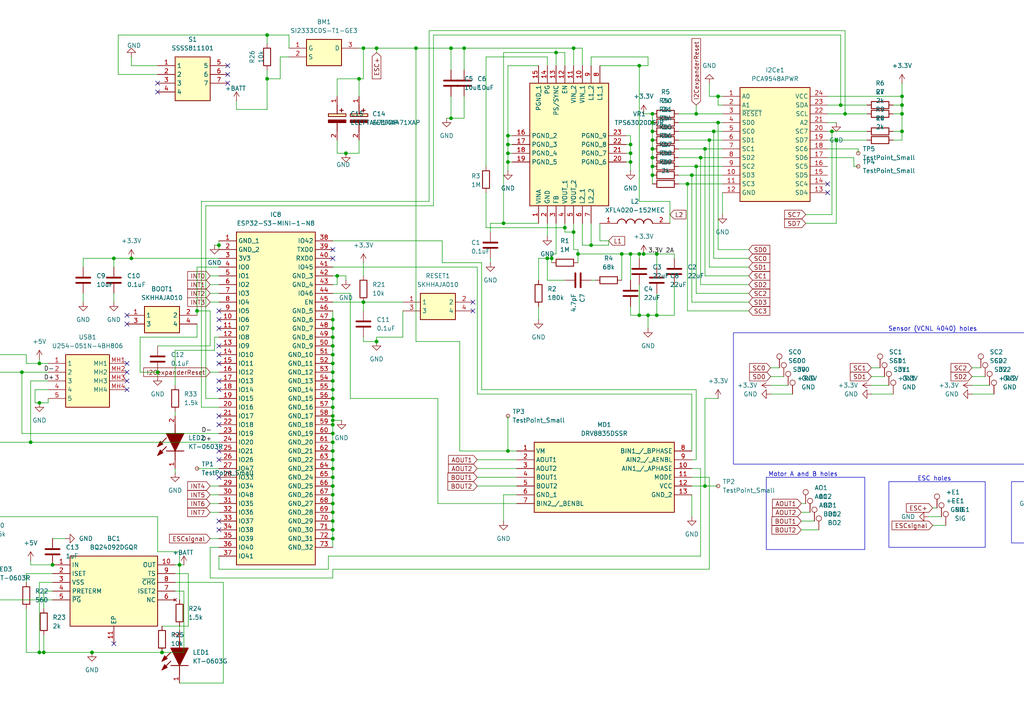
<source format=kicad_sch>
(kicad_sch (version 20231120) (generator "eeschema") (generator_version "8.0")
  (paper "A4")
  (junction (at 105.41 13.97))
  (junction (at 261.62 38.1))
  (junction (at 160.02 74.93))
  (junction (at 189.23 45.72))
  (junction (at 158.75 74.93))
  (junction (at 147.32 39.37))
  (junction (at 100.33 44.45))
  (junction (at 96.52 95.25))
  (junction (at 166.37 67.31))
  (junction (at 96.52 110.49))
  (junction (at 96.52 107.95))
  (junction (at -41.91 102.87))
  (junction (at 96.52 105.41))
  (junction (at 186.69 73.66))
  (junction (at 241.3 38.1))
  (junction (at 130.81 34.29))
  (junction (at 96.52 148.59))
  (junction (at 163.83 66.04))
  (junction (at 189.23 48.26))
  (junction (at 57.15 90.17))
  (junction (at 189.23 50.8))
  (junction (at 199.39 53.34))
  (junction (at 166.37 13.97))
  (junction (at 109.22 13.97))
  (junction (at 33.02 74.93))
  (junction (at 11.43 116.84))
  (junction (at 6.35 107.95))
  (junction (at 96.52 143.51))
  (junction (at 261.62 33.02))
  (junction (at 96.52 100.33))
  (junction (at 96.52 138.43))
  (junction (at 45.72 107.95))
  (junction (at 96.52 120.65))
  (junction (at 242.57 40.64))
  (junction (at 63.5 71.12))
  (junction (at 182.88 46.99))
  (junction (at 190.5 73.66))
  (junction (at 96.52 121.92))
  (junction (at 167.64 73.66))
  (junction (at 204.47 43.18))
  (junction (at 96.52 130.81))
  (junction (at 96.52 102.87))
  (junction (at 96.52 153.67))
  (junction (at 96.52 118.11))
  (junction (at 189.23 35.56))
  (junction (at 147.32 130.81))
  (junction (at 185.42 73.66))
  (junction (at 96.52 92.71))
  (junction (at 208.28 35.56))
  (junction (at 96.52 113.03))
  (junction (at 104.14 22.86))
  (junction (at 77.47 22.86))
  (junction (at 96.52 140.97))
  (junction (at 245.11 33.02))
  (junction (at 96.52 128.27))
  (junction (at 134.62 13.97))
  (junction (at 187.96 91.44))
  (junction (at 180.34 73.66))
  (junction (at 96.52 125.73))
  (junction (at 207.01 38.1))
  (junction (at 105.41 87.63))
  (junction (at 38.1 74.93))
  (junction (at 96.52 97.79))
  (junction (at 189.23 43.18))
  (junction (at 97.79 80.01))
  (junction (at 243.84 30.48))
  (junction (at 171.45 71.12))
  (junction (at 200.66 50.8))
  (junction (at 182.88 73.66))
  (junction (at 190.5 91.44))
  (junction (at 52.07 163.83))
  (junction (at 96.52 133.35))
  (junction (at 189.23 40.64))
  (junction (at 147.32 41.91))
  (junction (at 96.52 135.89))
  (junction (at 96.52 151.13))
  (junction (at 189.23 38.1))
  (junction (at 208.28 27.94))
  (junction (at 261.62 30.48))
  (junction (at 147.32 46.99))
  (junction (at 185.42 19.05))
  (junction (at 12.7 189.23))
  (junction (at 96.52 156.21))
  (junction (at 182.88 41.91))
  (junction (at 146.05 64.77))
  (junction (at 11.43 189.23))
  (junction (at 130.81 13.97))
  (junction (at 15.24 163.83))
  (junction (at 185.42 91.44))
  (junction (at 261.62 27.94))
  (junction (at 11.43 105.41))
  (junction (at 96.52 115.57))
  (junction (at 96.52 123.19))
  (junction (at 182.88 44.45))
  (junction (at 109.22 99.06))
  (junction (at -36.83 128.27))
  (junction (at 46.99 189.23))
  (junction (at 96.52 146.05))
  (junction (at 147.32 44.45))
  (junction (at 26.67 189.23))
  (junction (at 161.29 15.24))
  (junction (at 77.47 10.16))
  (junction (at 203.2 45.72))
  (junction (at 201.93 48.26))
  (junction (at 120.65 13.97))
  (junction (at 189.23 33.02))
  (junction (at 205.74 40.64))
  (junction (at 8.89 128.27))
  (junction (at 204.47 140.97))
  (junction (at 201.93 33.02))
  (no_connect (at 45.72 26.67))
  (no_connect (at 63.5 138.43))
  (no_connect (at 63.5 90.17))
  (no_connect (at 66.04 21.59))
  (no_connect (at 63.5 92.71))
  (no_connect (at 63.5 133.35))
  (no_connect (at 63.5 120.65))
  (no_connect (at 63.5 153.67))
  (no_connect (at 96.52 72.39))
  (no_connect (at 36.83 105.41))
  (no_connect (at 63.5 123.19))
  (no_connect (at 45.72 24.13))
  (no_connect (at 63.5 100.33))
  (no_connect (at 63.5 105.41))
  (no_connect (at 240.03 55.88))
  (no_connect (at 66.04 19.05))
  (no_connect (at 36.83 107.95))
  (no_connect (at 66.04 24.13))
  (no_connect (at 63.5 151.13))
  (no_connect (at 36.83 93.98))
  (no_connect (at 137.16 87.63))
  (no_connect (at 33.02 186.69))
  (no_connect (at 36.83 113.03))
  (no_connect (at 36.83 110.49))
  (no_connect (at 240.03 53.34))
  (no_connect (at 63.5 95.25))
  (no_connect (at 36.83 91.44))
  (no_connect (at 63.5 130.81))
  (no_connect (at 63.5 110.49))
  (no_connect (at 137.16 90.17))
  (no_connect (at 63.5 102.87))
  (no_connect (at 63.5 113.03))
  (no_connect (at 96.52 74.93))
  (wire (pts (xy 247.65 45.72) (xy 247.65 48.26)))
  (wire (pts (xy 269.24 149.86) (xy 273.05 149.86)))
  (wire (pts (xy 127 146.05) (xy 149.86 146.05)))
  (wire (pts (xy 156.21 74.93) (xy 158.75 74.93)))
  (wire (pts (xy 124.46 58.42) (xy 124.46 8.89)))
  (wire (pts (xy 53.34 189.23) (xy 46.99 189.23)))
  (wire (pts (xy 204.47 43.18) (xy 204.47 80.01)))
  (wire (pts (xy -81.28 130.81) (xy -36.83 130.81)))
  (wire (pts (xy 182.88 41.91) (xy 182.88 44.45)))
  (wire (pts (xy 204.47 140.97) (xy 204.47 115.57)))
  (wire (pts (xy 120.65 13.97) (xy 130.81 13.97)))
  (wire (pts (xy 147.32 130.81) (xy 133.35 130.81)))
  (wire (pts (xy 13.97 116.84) (xy 11.43 116.84)))
  (wire (pts (xy 147.32 39.37) (xy 147.32 41.91)))
  (wire (pts (xy 63.5 71.12) (xy 63.5 72.39)))
  (wire (pts (xy 189.23 43.18) (xy 189.23 45.72)))
  (wire (pts (xy 241.3 38.1) (xy 241.3 62.23)))
  (wire (pts (xy -82.55 115.57) (xy -81.28 115.57)))
  (wire (pts (xy 64.77 198.12) (xy 64.77 168.91)))
  (wire (pts (xy 95.25 161.29) (xy 203.2 161.29)))
  (wire (pts (xy 81.28 22.86) (xy 81.28 16.51)))
  (wire (pts (xy 8.89 162.56) (xy 8.89 163.83)))
  (wire (pts (xy 156.21 19.05) (xy 147.32 19.05)))
  (wire (pts (xy 63.5 69.85) (xy 63.5 71.12)))
  (wire (pts (xy 203.2 161.29) (xy 203.2 135.89)))
  (wire (pts (xy 8.89 163.83) (xy 15.24 163.83)))
  (wire (pts (xy 138.43 140.97) (xy 149.86 140.97)))
  (wire (pts (xy 147.32 44.45) (xy 147.32 46.99)))
  (wire (pts (xy 261.62 30.48) (xy 261.62 33.02)))
  (wire (pts (xy 281.94 109.22) (xy 285.75 109.22)))
  (wire (pts (xy 40.64 97.79) (xy 40.64 107.95)))
  (wire (pts (xy 209.55 55.88) (xy 209.55 62.23)))
  (wire (pts (xy 96.52 97.79) (xy 96.52 100.33)))
  (wire (pts (xy 7.62 176.53) (xy 7.62 189.23)))
  (wire (pts (xy -81.28 95.25) (xy -41.91 95.25)))
  (wire (pts (xy 77.47 10.16) (xy 77.47 12.7)))
  (wire (pts (xy 158.75 81.28) (xy 158.75 74.93)))
  (wire (pts (xy 13.97 115.57) (xy 13.97 116.84)))
  (wire (pts (xy 130.81 34.29) (xy 134.62 34.29)))
  (wire (pts (xy 201.93 85.09) (xy 217.17 85.09)))
  (wire (pts (xy 57.15 90.17) (xy 57.15 91.44)))
  (wire (pts (xy 96.52 102.87) (xy 96.52 105.41)))
  (wire (pts (xy 99.06 121.92) (xy 96.52 121.92)))
  (wire (pts (xy 196.85 38.1) (xy 207.01 38.1)))
  (wire (pts (xy 52.07 163.83) (xy 53.34 163.83)))
  (wire (pts (xy 96.52 80.01) (xy 97.79 80.01)))
  (wire (pts (xy 232.41 146.05) (xy 233.68 146.05)))
  (wire (pts (xy 142.24 74.93) (xy 142.24 76.2)))
  (wire (pts (xy 109.22 99.06) (xy 105.41 99.06)))
  (wire (pts (xy 52.07 181.61) (xy 52.07 182.88)))
  (wire (pts (xy 104.14 44.45) (xy 100.33 44.45)))
  (wire (pts (xy 96.52 156.21) (xy 96.52 158.75)))
  (wire (pts (xy 7.62 166.37) (xy 7.62 168.91)))
  (wire (pts (xy 140.97 16.51) (xy 140.97 48.26)))
  (wire (pts (xy 62.23 97.79) (xy 62.23 101.6)))
  (wire (pts (xy 96.52 130.81) (xy 96.52 133.35)))
  (wire (pts (xy 97.79 80.01) (xy 100.33 80.01)))
  (wire (pts (xy 60.96 143.51) (xy 63.5 143.51)))
  (wire (pts (xy 53.34 171.45) (xy 53.34 189.23)))
  (wire (pts (xy 59.69 59.69) (xy 125.73 59.69)))
  (wire (pts (xy 173.99 19.05) (xy 185.42 19.05)))
  (wire (pts (xy 189.23 50.8) (xy 189.23 53.34)))
  (wire (pts (xy 96.52 148.59) (xy 96.52 151.13)))
  (wire (pts (xy 60.96 87.63) (xy 63.5 87.63)))
  (wire (pts (xy 181.61 39.37) (xy 182.88 39.37)))
  (wire (pts (xy 96.52 151.13) (xy 96.52 153.67)))
  (wire (pts (xy 104.14 40.64) (xy 104.14 44.45)))
  (wire (pts (xy 311.15 106.68) (xy 313.69 106.68)))
  (wire (pts (xy 139.7 76.2) (xy 139.7 113.03)))
  (wire (pts (xy 158.75 16.51) (xy 140.97 16.51)))
  (wire (pts (xy 6.35 107.95) (xy 6.35 125.73)))
  (wire (pts (xy 241.3 38.1) (xy 251.46 38.1)))
  (wire (pts (xy 185.42 91.44) (xy 187.96 91.44)))
  (wire (pts (xy 270.51 152.4) (xy 274.32 152.4)))
  (wire (pts (xy 96.52 140.97) (xy 96.52 143.51)))
  (wire (pts (xy 63.5 77.47) (xy 57.15 77.47)))
  (wire (pts (xy 163.83 66.04) (xy 163.83 67.31)))
  (wire (pts (xy 243.84 10.16) (xy 243.84 30.48)))
  (wire (pts (xy 148.59 44.45) (xy 147.32 44.45)))
  (wire (pts (xy 109.22 15.24) (xy 109.22 13.97)))
  (wire (pts (xy 139.7 113.03) (xy 201.93 113.03)))
  (wire (pts (xy 77.47 22.86) (xy 81.28 22.86)))
  (wire (pts (xy 52.07 163.83) (xy 52.07 173.99)))
  (wire (pts (xy 96.52 133.35) (xy 96.52 135.89)))
  (wire (pts (xy 186.69 33.02) (xy 189.23 33.02)))
  (wire (pts (xy 96.52 110.49) (xy 96.52 113.03)))
  (wire (pts (xy 247.65 48.26) (xy 248.92 48.26)))
  (wire (pts (xy 8.89 128.27) (xy 63.5 128.27)))
  (wire (pts (xy 180.34 81.28) (xy 180.34 73.66)))
  (wire (pts (xy 181.61 46.99) (xy 182.88 46.99)))
  (wire (pts (xy 50.8 119.38) (xy 50.8 120.65)))
  (wire (pts (xy 311.15 123.19) (xy 313.69 123.19)))
  (wire (pts (xy 60.96 82.55) (xy 63.5 82.55)))
  (wire (pts (xy 81.28 16.51) (xy 83.82 16.51)))
  (wire (pts (xy 185.42 82.55) (xy 185.42 91.44)))
  (wire (pts (xy 52.07 198.12) (xy 64.77 198.12)))
  (wire (pts (xy 205.74 77.47) (xy 217.17 77.47)))
  (wire (pts (xy 248.92 43.18) (xy 248.92 44.45)))
  (wire (pts (xy 63.5 115.57) (xy 59.69 115.57)))
  (wire (pts (xy 60.96 80.01) (xy 63.5 80.01)))
  (wire (pts (xy 96.52 92.71) (xy 96.52 95.25)))
  (wire (pts (xy 148.59 41.91) (xy 147.32 41.91)))
  (wire (pts (xy 242.57 40.64) (xy 251.46 40.64)))
  (wire (pts (xy 208.28 72.39) (xy 208.28 35.56)))
  (wire (pts (xy 205.74 138.43) (xy 205.74 165.1)))
  (wire (pts (xy 252.73 109.22) (xy 256.54 109.22)))
  (wire (pts (xy 204.47 140.97) (xy 208.28 140.97)))
  (wire (pts (xy 63.5 161.29) (xy 63.5 165.1)))
  (wire (pts (xy 96.52 153.67) (xy 96.52 156.21)))
  (wire (pts (xy 34.29 21.59) (xy 34.29 10.16)))
  (wire (pts (xy 240.03 45.72) (xy 247.65 45.72)))
  (wire (pts (xy 204.47 115.57) (xy 208.28 115.57)))
  (wire (pts (xy 13.97 113.03) (xy 10.16 113.03)))
  (wire (pts (xy 311.15 128.27) (xy 316.23 128.27)))
  (wire (pts (xy 181.61 41.91) (xy 182.88 41.91)))
  (wire (pts (xy 189.23 45.72) (xy 189.23 48.26)))
  (wire (pts (xy 96.52 120.65) (xy 96.52 121.92)))
  (wire (pts (xy 223.52 106.68) (xy 226.06 106.68)))
  (wire (pts (xy 171.45 16.51) (xy 187.96 16.51)))
  (wire (pts (xy 199.39 53.34) (xy 209.55 53.34)))
  (wire (pts (xy 163.83 81.28) (xy 158.75 81.28)))
  (wire (pts (xy 199.39 53.34) (xy 199.39 90.17)))
  (wire (pts (xy 209.55 45.72) (xy 203.2 45.72)))
  (wire (pts (xy 182.88 88.9) (xy 182.88 91.44)))
  (wire (pts (xy 96.52 118.11) (xy 96.52 120.65)))
  (wire (pts (xy -36.83 115.57) (xy -45.72 115.57)))
  (wire (pts (xy 208.28 27.94) (xy 208.28 30.48)))
  (wire (pts (xy 204.47 43.18) (xy 209.55 43.18)))
  (wire (pts (xy 63.5 165.1) (xy 95.25 165.1)))
  (wire (pts (xy 124.46 8.89) (xy 245.11 8.89)))
  (wire (pts (xy 259.08 30.48) (xy 261.62 30.48)))
  (wire (pts (xy 138.43 133.35) (xy 149.86 133.35)))
  (wire (pts (xy 281.94 114.3) (xy 288.29 114.3)))
  (wire (pts (xy 147.32 46.99) (xy 147.32 49.53)))
  (wire (pts (xy 133.35 130.81) (xy 133.35 99.06)))
  (wire (pts (xy 46.99 181.61) (xy 54.61 181.61)))
  (wire (pts (xy 96.52 90.17) (xy 96.52 92.71)))
  (wire (pts (xy 158.75 74.93) (xy 160.02 74.93)))
  (wire (pts (xy 149.86 143.51) (xy 146.05 143.51)))
  (wire (pts (xy 10.16 116.84) (xy 11.43 116.84)))
  (wire (pts (xy 83.82 13.97) (xy 83.82 10.16)))
  (wire (pts (xy 240.03 35.56) (xy 242.57 35.56)))
  (wire (pts (xy 189.23 40.64) (xy 189.23 43.18)))
  (wire (pts (xy 148.59 46.99) (xy 147.32 46.99)))
  (wire (pts (xy 105.41 22.86) (xy 105.41 13.97)))
  (wire (pts (xy 203.2 45.72) (xy 196.85 45.72)))
  (wire (pts (xy 196.85 53.34) (xy 199.39 53.34)))
  (wire (pts (xy 130.81 13.97) (xy 130.81 20.32)))
  (wire (pts (xy 77.47 20.32) (xy 77.47 22.86)))
  (wire (pts (xy 208.28 27.94) (xy 209.55 27.94)))
  (wire (pts (xy 232.41 153.67) (xy 237.49 153.67)))
  (wire (pts (xy 130.81 13.97) (xy 134.62 13.97)))
  (wire (pts (xy 158.75 19.05) (xy 158.75 16.51)))
  (wire (pts (xy 11.43 105.41) (xy 13.97 105.41)))
  (wire (pts (xy -81.28 102.87) (xy -81.28 95.25)))
  (wire (pts (xy 60.96 146.05) (xy 63.5 146.05)))
  (wire (pts (xy 50.8 135.89) (xy 50.8 137.16)))
  (wire (pts (xy 96.52 167.64) (xy 60.96 167.64)))
  (wire (pts (xy 196.85 50.8) (xy 200.66 50.8)))
  (wire (pts (xy 26.67 189.23) (xy 46.99 189.23)))
  (wire (pts (xy 217.17 72.39) (xy 208.28 72.39)))
  (wire (pts (xy 96.52 143.51) (xy 96.52 146.05)))
  (wire (pts (xy 57.15 77.47) (xy 57.15 90.17)))
  (wire (pts (xy 60.96 167.64) (xy 60.96 158.75)))
  (wire (pts (xy 147.32 120.65) (xy 147.32 130.81)))
  (wire (pts (xy 101.6 85.09) (xy 101.6 115.57)))
  (wire (pts (xy 125.73 59.69) (xy 125.73 10.16)))
  (wire (pts (xy 138.43 138.43) (xy 149.86 138.43)))
  (wire (pts (xy 50.8 163.83) (xy 52.07 163.83)))
  (wire (pts (xy 105.41 13.97) (xy 109.22 13.97)))
  (wire (pts (xy 167.64 76.2) (xy 167.64 73.66)))
  (wire (pts (xy 203.2 135.89) (xy 200.66 135.89)))
  (wire (pts (xy 142.24 64.77) (xy 146.05 64.77)))
  (wire (pts (xy 232.41 151.13) (xy 236.22 151.13)))
  (wire (pts (xy 172.72 81.28) (xy 171.45 81.28)))
  (wire (pts (xy -36.83 102.87) (xy -36.83 115.57)))
  (wire (pts (xy 182.88 44.45) (xy 182.88 46.99)))
  (wire (pts (xy 259.08 40.64) (xy 261.62 40.64)))
  (wire (pts (xy 11.43 168.91) (xy 11.43 189.23)))
  (wire (pts (xy 168.91 13.97) (xy 166.37 13.97)))
  (wire (pts (xy 24.13 74.93) (xy 33.02 74.93)))
  (wire (pts (xy 33.02 74.93) (xy 38.1 74.93)))
  (wire (pts (xy 96.52 95.25) (xy 96.52 97.79)))
  (wire (pts (xy 116.84 90.17) (xy 116.84 97.79)))
  (wire (pts (xy 252.73 114.3) (xy 259.08 114.3)))
  (wire (pts (xy 195.58 91.44) (xy 190.5 91.44)))
  (wire (pts (xy 205.74 27.94) (xy 208.28 27.94)))
  (wire (pts (xy 189.23 48.26) (xy 189.23 50.8)))
  (wire (pts (xy 261.62 38.1) (xy 261.62 40.64)))
  (wire (pts (xy 62.23 101.6) (xy 50.8 101.6)))
  (wire (pts (xy 158.75 64.77) (xy 158.75 68.58)))
  (wire (pts (xy 96.52 138.43) (xy 96.52 140.97)))
  (wire (pts (xy 190.5 73.66) (xy 190.5 77.47)))
  (wire (pts (xy 163.83 19.05) (xy 163.83 15.24)))
  (wire (pts (xy 7.62 189.23) (xy 11.43 189.23)))
  (wire (pts (xy 190.5 85.09) (xy 190.5 91.44)))
  (wire (pts (xy -36.83 102.87) (xy 7.62 102.87)))
  (wire (pts (xy 97.79 22.86) (xy 104.14 22.86)))
  (wire (pts (xy 138.43 114.3) (xy 200.66 114.3)))
  (wire (pts (xy 60.96 85.09) (xy 63.5 85.09)))
  (wire (pts (xy 7.62 102.87) (xy 7.62 105.41)))
  (wire (pts (xy 195.58 73.66) (xy 190.5 73.66)))
  (wire (pts (xy 187.96 16.51) (xy 187.96 19.05)))
  (wire (pts (xy 96.52 123.19) (xy 96.52 125.73)))
  (wire (pts (xy 187.96 91.44) (xy 187.96 95.25)))
  (wire (pts (xy 45.72 149.86) (xy 45.72 160.02)))
  (wire (pts (xy 163.83 15.24) (xy 161.29 15.24)))
  (wire (pts (xy 200.66 114.3) (xy 200.66 130.81)))
  (wire (pts (xy 207.01 38.1) (xy 209.55 38.1)))
  (wire (pts (xy 96.52 128.27) (xy 96.52 130.81)))
  (wire (pts (xy 97.79 27.94) (xy 97.79 22.86)))
  (wire (pts (xy 6.35 125.73) (xy 63.5 125.73)))
  (wire (pts (xy 194.31 58.42) (xy 185.42 58.42)))
  (wire (pts (xy 134.62 27.94) (xy 134.62 34.29)))
  (wire (pts (xy -5.08 173.99) (xy 15.24 173.99)))
  (wire (pts (xy 160.02 73.66) (xy 160.02 74.93)))
  (wire (pts (xy 12.7 184.15) (xy 12.7 189.23)))
  (wire (pts (xy 11.43 189.23) (xy 12.7 189.23)))
  (wire (pts (xy 146.05 15.24) (xy 146.05 64.77)))
  (wire (pts (xy 105.41 76.2) (xy 105.41 80.01)))
  (wire (pts (xy 97.79 82.55) (xy 97.79 80.01)))
  (wire (pts (xy 207.01 74.93) (xy 217.17 74.93)))
  (wire (pts (xy 166.37 67.31) (xy 166.37 72.39)))
  (wire (pts (xy 167.64 73.66) (xy 167.64 72.39)))
  (wire (pts (xy 10.16 113.03) (xy 10.16 116.84)))
  (wire (pts (xy 196.85 40.64) (xy 205.74 40.64)))
  (wire (pts (xy 15.24 156.21) (xy 19.05 156.21)))
  (wire (pts (xy 34.29 21.59) (xy 45.72 21.59)))
  (wire (pts (xy 60.96 140.97) (xy 63.5 140.97)))
  (wire (pts (xy 196.85 33.02) (xy 201.93 33.02)))
  (wire (pts (xy 58.42 118.11) (xy 58.42 58.42)))
  (wire (pts (xy 311.15 114.3) (xy 317.5 114.3)))
  (wire (pts (xy 196.85 35.56) (xy 208.28 35.56)))
  (wire (pts (xy 38.1 16.51) (xy 38.1 19.05)))
  (wire (pts (xy 96.52 135.89) (xy 96.52 138.43)))
  (wire (pts (xy 201.93 33.02) (xy 209.55 33.02)))
  (wire (pts (xy 127 115.57) (xy 127 146.05)))
  (wire (pts (xy 245.11 33.02) (xy 251.46 33.02)))
  (wire (pts (xy 261.62 24.13) (xy 261.62 27.94)))
  (wire (pts (xy 96.52 69.85) (xy 128.27 69.85)))
  (wire (pts (xy 245.11 8.89) (xy 245.11 33.02)))
  (wire (pts (xy 176.53 69.85) (xy 176.53 71.12)))
  (wire (pts (xy 233.68 62.23) (xy 241.3 62.23)))
  (wire (pts (xy 148.59 39.37) (xy 147.32 39.37)))
  (wire (pts (xy 142.24 64.77) (xy 142.24 67.31)))
  (wire (pts (xy 182.88 91.44) (xy 185.42 91.44)))
  (wire (pts (xy 176.53 71.12) (xy 171.45 71.12)))
  (wire (pts (xy 240.03 33.02) (xy 245.11 33.02)))
  (wire (pts (xy 57.15 93.98) (xy 57.15 97.79)))
  (wire (pts (xy 205.74 40.64) (xy 209.55 40.64)))
  (wire (pts (xy 261.62 27.94) (xy 261.62 30.48)))
  (wire (pts (xy 205.74 40.64) (xy 205.74 77.47)))
  (wire (pts (xy 96.52 77.47) (xy 138.43 77.47)))
  (wire (pts (xy 60.96 90.17) (xy 57.15 90.17)))
  (wire (pts (xy 240.03 27.94) (xy 261.62 27.94)))
  (wire (pts (xy 163.83 67.31) (xy 166.37 67.31)))
  (wire (pts (xy 195.58 74.93) (xy 195.58 73.66)))
  (wire (pts (xy 311.15 125.73) (xy 314.96 125.73)))
  (wire (pts (xy 15.24 166.37) (xy 7.62 166.37)))
  (wire (pts (xy 130.81 27.94) (xy 130.81 34.29)))
  (wire (pts (xy 240.03 43.18) (xy 248.92 43.18)))
  (wire (pts (xy -41.91 107.95) (xy -41.91 102.87)))
  (wire (pts (xy 200.66 50.8) (xy 200.66 87.63)))
  (wire (pts (xy 120.65 13.97) (xy 120.65 99.06)))
  (wire (pts (xy 259.08 33.02) (xy 261.62 33.02)))
  (wire (pts (xy 57.15 97.79) (xy 40.64 97.79)))
  (wire (pts (xy 96.52 165.1) (xy 96.52 167.64)))
  (wire (pts (xy 208.28 35.56) (xy 209.55 35.56)))
  (wire (pts (xy 186.69 73.66) (xy 185.42 73.66)))
  (wire (pts (xy 167.64 72.39) (xy 166.37 72.39)))
  (wire (pts (xy 242.57 40.64) (xy 242.57 64.77)))
  (wire (pts (xy 173.99 69.85) (xy 176.53 69.85)))
  (wire (pts (xy 311.15 109.22) (xy 314.96 109.22)))
  (wire (pts (xy 77.47 31.75) (xy 68.58 31.75)))
  (wire (pts (xy 140.97 66.04) (xy 163.83 66.04)))
  (wire (pts (xy 45.72 160.02) (xy 52.07 160.02)))
  (wire (pts (xy 171.45 71.12) (xy 168.91 71.12)))
  (wire (pts (xy 50.8 166.37) (xy 54.61 166.37)))
  (wire (pts (xy 200.66 50.8) (xy 209.55 50.8)))
  (wire (pts (xy 7.62 105.41) (xy 11.43 105.41)))
  (wire (pts (xy 281.94 111.76) (xy 287.02 111.76)))
  (wire (pts (xy 156.21 88.9) (xy 156.21 92.71)))
  (wire (pts (xy 96.52 82.55) (xy 97.79 82.55)))
  (wire (pts (xy 232.41 148.59) (xy 234.95 148.59)))
  (wire (pts (xy 240.03 40.64) (xy 242.57 40.64)))
  (wire (pts (xy 34.29 10.16) (xy 77.47 10.16)))
  (wire (pts (xy 166.37 67.31) (xy 166.37 64.77)))
  (wire (pts (xy 146.05 15.24) (xy 161.29 15.24)))
  (wire (pts (xy 109.22 13.97) (xy 120.65 13.97)))
  (wire (pts (xy 96.52 121.92) (xy 96.52 123.19)))
  (wire (pts (xy 59.69 115.57) (xy 59.69 59.69)))
  (wire (pts (xy 83.82 10.16) (xy 77.47 10.16)))
  (wire (pts (xy 96.52 100.33) (xy 96.52 102.87)))
  (wire (pts (xy 201.93 48.26) (xy 201.93 85.09)))
  (wire (pts (xy 147.32 19.05) (xy 147.32 39.37)))
  (wire (pts (xy -41.91 95.25) (xy -41.91 102.87)))
  (wire (pts (xy 200.66 143.51) (xy 200.66 149.86)))
  (wire (pts (xy -81.28 128.27) (xy -81.28 130.81)))
  (wire (pts (xy -45.72 102.87) (xy -41.91 102.87)))
  (wire (pts (xy 182.88 73.66) (xy 182.88 81.28)))
  (wire (pts (xy 185.42 74.93) (xy 185.42 73.66)))
  (wire (pts (xy 138.43 135.89) (xy 149.86 135.89)))
  (wire (pts (xy 201.93 30.48) (xy 201.93 33.02)))
  (wire (pts (xy 13.97 107.95) (xy 6.35 107.95)))
  (wire (pts (xy 54.61 181.61) (xy 54.61 166.37)))
  (wire (pts (xy 149.86 130.81) (xy 147.32 130.81)))
  (wire (pts (xy 261.62 33.02) (xy 261.62 38.1)))
  (wire (pts (xy 163.83 64.77) (xy 163.83 66.04)))
  (wire (pts (xy 171.45 64.77) (xy 171.45 71.12)))
  (wire (pts (xy 242.57 64.77) (xy 233.68 64.77)))
  (wire (pts (xy 161.29 64.77) (xy 161.29 73.66)))
  (wire (pts (xy 196.85 43.18) (xy 204.47 43.18)))
  (wire (pts (xy 180.34 73.66) (xy 167.64 73.66)))
  (wire (pts (xy 96.52 105.41) (xy 96.52 107.95)))
  (wire (pts (xy 200.66 138.43) (xy 205.74 138.43)))
  (wire (pts (xy 194.31 64.77) (xy 194.31 58.42)))
  (wire (pts (xy 109.22 97.79) (xy 109.22 99.06)))
  (wire (pts (xy 104.14 22.86) (xy 104.14 27.94)))
  (wire (pts (xy 223.52 109.22) (xy 227.33 109.22)))
  (wire (pts (xy 223.52 114.3) (xy 229.87 114.3)))
  (wire (pts (xy 203.2 45.72) (xy 203.2 82.55)))
  (wire (pts (xy 11.43 105.41) (xy 11.43 104.14)))
  (wire (pts (xy 38.1 19.05) (xy 45.72 19.05)))
  (wire (pts (xy 63.5 97.79) (xy 62.23 97.79)))
  (wire (pts (xy 104.14 22.86) (xy 105.41 22.86)))
  (wire (pts (xy 311.15 111.76) (xy 316.23 111.76)))
  (wire (pts (xy 96.52 146.05) (xy 96.52 148.59)))
  (wire (pts (xy 50.8 101.6) (xy 50.8 111.76)))
  (wire (pts (xy 303.53 146.05) (xy 306.07 146.05)))
  (wire (pts (xy 190.5 73.66) (xy 186.69 73.66)))
  (wire (pts (xy 97.79 40.64) (xy 97.79 44.45)))
  (wire (pts (xy 199.39 90.17) (xy 217.17 90.17)))
  (wire (pts (xy 133.35 99.06) (xy 120.65 99.06)))
  (wire (pts (xy 185.42 73.66) (xy 182.88 73.66)))
  (wire (pts (xy 181.61 44.45) (xy 182.88 44.45)))
  (wire (pts (xy 140.97 55.88) (xy 140.97 66.04)))
  (wire (pts (xy 204.47 80.01) (xy 217.17 80.01)))
  (wire (pts (xy 203.2 82.55) (xy 217.17 82.55)))
  (wire (pts (xy 240.03 38.1) (xy 241.3 38.1)))
  (wire (pts (xy 40.64 107.95) (xy 45.72 107.95)))
  (wire (pts (xy 60.96 156.21) (xy 63.5 156.21)))
  (wire (pts (xy 64.77 168.91) (xy 50.8 168.91)))
  (wire (pts (xy 62.23 71.12) (xy 63.5 71.12)))
  (wire (pts (xy 166.37 19.05) (xy 166.37 13.97)))
  (wire (pts (xy 259.08 38.1) (xy 261.62 38.1)))
  (wire (pts (xy 195.58 82.55) (xy 195.58 91.44)))
  (wire (pts (xy 8.89 110.49) (xy 8.89 128.27)))
  (wire (pts (xy 60.96 148.59) (xy 63.5 148.59)))
  (wire (pts (xy 209.55 30.48) (xy 208.28 30.48)))
  (wire (pts (xy -5.08 149.86) (xy 45.72 149.86)))
  (wire (pts (xy 156.21 81.28) (xy 156.21 74.93)))
  (wire (pts (xy 38.1 74.93) (xy 63.5 74.93)))
  (wire (pts (xy 95.25 165.1) (xy 95.25 161.29)))
  (wire (pts (xy 252.73 111.76) (xy 257.81 111.76)))
  (wire (pts (xy 45.72 100.33) (xy 60.96 100.33)))
  (wire (pts (xy -36.83 130.81) (xy -36.83 128.27)))
  (wire (pts (xy 96.52 115.57) (xy 96.52 118.11)))
  (wire (pts (xy 243.84 30.48) (xy 251.46 30.48)))
  (wire (pts (xy 147.32 41.91) (xy 147.32 44.45)))
  (wire (pts (xy 60.96 158.75) (xy 63.5 158.75)))
  (wire (pts (xy 24.13 85.09) (xy 24.13 87.63)))
  (wire (pts (xy -5.08 157.48) (xy -5.08 158.75)))
  (wire (pts (xy 97.79 44.45) (xy 100.33 44.45)))
  (wire (pts (xy 160.02 74.93) (xy 160.02 76.2)))
  (wire (pts (xy 96.52 113.03) (xy 96.52 115.57)))
  (wire (pts (xy 189.23 33.02) (xy 189.23 35.56)))
  (wire (pts (xy -41.91 107.95) (xy 6.35 107.95)))
  (wire (pts (xy 201.93 113.03) (xy 201.93 133.35)))
  (wire (pts (xy 205.74 165.1) (xy 96.52 165.1)))
  (wire (pts (xy 15.24 171.45) (xy 12.7 171.45)))
  (wire (pts (xy 189.23 35.56) (xy 189.23 38.1)))
  (wire (pts (xy 146.05 64.77) (xy 156.21 64.77)))
  (wire (pts (xy 223.52 111.76) (xy 228.6 111.76)))
  (wire (pts (xy 189.23 38.1) (xy 189.23 40.64)))
  (wire (pts (xy 60.96 100.33) (xy 60.96 90.17)))
  (wire (pts (xy 182.88 46.99) (xy 182.88 49.53)))
  (wire (pts (xy 182.88 73.66) (xy 180.34 73.66)))
  (wire (pts (xy 77.47 22.86) (xy 77.47 31.75)))
  (wire (pts (xy 58.42 58.42) (xy 124.46 58.42)))
  (wire (pts (xy -45.72 128.27) (xy -36.83 128.27)))
  (wire (pts (xy 96.52 85.09) (xy 101.6 85.09)))
  (wire (pts (xy 187.96 91.44) (xy 190.5 91.44)))
  (wire (pts (xy 161.29 73.66) (xy 160.02 73.66)))
  (wire (pts (xy 60.96 107.95) (xy 63.5 107.95)))
  (wire (pts (xy 134.62 13.97) (xy 134.62 20.32)))
  (wire (pts (xy 185.42 19.05) (xy 187.96 19.05)))
  (wire (pts (xy 185.42 58.42) (xy 185.42 19.05)))
  (wire (pts (xy 200.66 140.97) (xy 204.47 140.97)))
  (wire (pts (xy 171.45 19.05) (xy 171.45 16.51)))
  (wire (pts (xy 101.6 115.57) (xy 127 115.57)))
  (wire (pts (xy 182.88 39.37) (xy 182.88 41.91)))
  (wire (pts (xy 109.22 97.79) (xy 116.84 97.79)))
  (wire (pts (xy 196.85 48.26) (xy 201.93 48.26)))
  (wire (pts (xy 311.15 130.81) (xy 317.5 130.81)))
  (wire (pts (xy 168.91 19.05) (xy 168.91 13.97)))
  (wire (pts (xy 96.52 87.63) (xy 105.41 87.63)))
  (wire (pts (xy 33.02 74.93) (xy 33.02 77.47)))
  (wire (pts (xy 105.41 99.06) (xy 105.41 97.79)))
  (wire (pts (xy 96.52 125.73) (xy 96.52 128.27)))
  (wire (pts (xy 205.74 24.13) (xy 205.74 27.94)))
  (wire (pts (xy 128.27 76.2) (xy 139.7 76.2)))
  (wire (pts (xy 207.01 38.1) (xy 207.01 74.93)))
  (wire (pts (xy 281.94 106.68) (xy 284.48 106.68)))
  (wire (pts (xy 13.97 110.49) (xy 8.89 110.49)))
  (wire (pts (xy 201.93 133.35) (xy 200.66 133.35)))
  (wire (pts (xy 105.41 87.63) (xy 116.84 87.63)))
  (wire (pts (xy 270.51 147.32) (xy 271.78 147.32)))
  (wire (pts (xy 168.91 71.12) (xy 168.91 64.77)))
  (wire (pts (xy 100.33 80.01) (xy 100.33 81.28)))
  (wire (pts (xy 52.07 160.02) (xy 52.07 163.83)))
  (wire (pts (xy 57.15 135.89) (xy 63.5 135.89)))
  (wire (pts (xy 252.73 106.68) (xy 255.27 106.68)))
  (wire (pts (xy 201.93 48.26) (xy 209.55 48.26)))
  (wire (pts (xy 125.73 10.16) (xy 243.84 10.16)))
  (wire (pts (xy 50.8 171.45) (xy 53.34 171.45)))
  (wire (pts (xy 129.54 34.29) (xy 130.81 34.29)))
  (wire (pts (xy 104.14 13.97) (xy 105.41 13.97)))
  (wire (pts (xy 200.66 87.63) (xy 217.17 87.63)))
  (wire (pts (xy 303.53 153.67) (xy 306.07 153.67)))
  (wire (pts (xy 33.02 85.09) (xy 33.02 87.63)))
  (wire (pts (xy 12.7 171.45) (xy 12.7 176.53)))
  (wire (pts (xy 105.41 87.63) (xy 105.41 90.17)))
  (wire (pts (xy 161.29 15.24) (xy 161.29 19.05)))
  (wire (pts (xy 240.03 30.48) (xy 243.84 30.48)))
  (wire (pts (xy 68.58 31.75) (xy 68.58 29.21)))
  (wire (pts (xy 12.7 189.23) (xy 26.67 189.23)))
  (wire (pts (xy 138.43 77.47) (xy 138.43 114.3)))
  (wire (pts (xy 146.05 143.51) (xy 146.05 151.13)))
  (wire (pts (xy 128.27 69.85) (xy 128.27 76.2)))
  (wire (pts (xy 15.24 168.91) (xy 11.43 168.91)))
  (wire (pts (xy 134.62 13.97) (xy 166.37 13.97)))
  (wire (pts (xy 45.72 107.95) (xy 45.72 109.22)))
  (wire (pts (xy 96.52 107.95) (xy 96.52 110.49)))
  (wire (pts (xy 24.13 74.93) (xy 24.13 77.47)))
  (wire (pts (xy -36.83 128.27) (xy 8.89 128.27)))
  (wire (pts (xy 173.99 64.77) (xy 173.99 69.85)))
  (wire (pts (xy 63.5 118.11) (xy 58.42 118.11)))
  (rectangle (start 212.725 96.52) (end 332.105 134.62))
  (rectangle (start 222.25 138.43) (end 250.825 159.385))
  (rectangle (start 257.81 139.7) (end 285.75 158.75))
  (rectangle (start 293.37 139.7) (end 320.04 157.48))
  (text "Sensor (VCNL 4040) holes\n" (at 270.51 95.504 0) (effects (font (size 1.27 1.27))))
  (text "ESC holes\n" (at 271.018 138.938 0) (effects (font (size 1.27 1.27))))
  (text "Battery holes\n" (at 306.578 138.938 0) (effects (font (size 1.27 1.27))))
  (text "Motor A and B holes\n" (at 232.918 137.668 0) (effects (font (size 1.27 1.27))))
  (label "D+" (at 58.42 128.27 0))
  (label "D-" (at 12.7 107.95 0))
  (label "D+" (at 12.7 110.49 0))
  (label "D-" (at 58.42 125.73 0))
  (label "3.3V 2A" (at 187.96 73.66 0))
  (global_label "ESCsignal" (shape input) (at 270.51 152.4 180) (property "Intersheetrefs" "${INTERSHEET_REFS}" (effects (hide yes))))
  (global_label "L2" (shape input) (at 194.31 62.23 0) (property "Intersheetrefs" "${INTERSHEET_REFS}" (effects (hide yes))))
  (global_label "SC7" (shape input) (at 233.68 62.23 180) (property "Intersheetrefs" "${INTERSHEET_REFS}" (effects (hide yes))))
  (global_label "INT1" (shape input) (at 60.96 82.55 180) (property "Intersheetrefs" "${INTERSHEET_REFS}" (effects (hide yes))))
  (global_label "SD2" (shape input) (at 281.94 109.22 180) (property "Intersheetrefs" "${INTERSHEET_REFS}" (effects (hide yes))))
  (global_label "SC2" (shape input) (at 281.94 106.68 180) (property "Intersheetrefs" "${INTERSHEET_REFS}" (effects (hide yes))))
  (global_label "SC1" (shape input) (at 252.73 106.68 180) (property "Intersheetrefs" "${INTERSHEET_REFS}" (effects (hide yes))))
  (global_label "INT2" (shape input) (at 60.96 85.09 180) (property "Intersheetrefs" "${INTERSHEET_REFS}" (effects (hide yes))))
  (global_label "SC2" (shape input) (at 217.17 85.09 0) (property "Intersheetrefs" "${INTERSHEET_REFS}" (effects (hide yes))))
  (global_label "SD3" (shape input) (at 311.15 109.22 180) (property "Intersheetrefs" "${INTERSHEET_REFS}" (effects (hide yes))))
  (global_label "SC3" (shape input) (at 217.17 90.17 0) (property "Intersheetrefs" "${INTERSHEET_REFS}" (effects (hide yes))))
  (global_label "SC0" (shape input) (at 223.52 106.68 180) (property "Intersheetrefs" "${INTERSHEET_REFS}" (effects (hide yes))))
  (global_label "AOUT1" (shape input) (at 232.41 146.05 180) (property "Intersheetrefs" "${INTERSHEET_REFS}" (effects (hide yes))))
  (global_label "ESC+" (shape input) (at 109.22 15.24 270) (property "Intersheetrefs" "${INTERSHEET_REFS}" (effects (hide yes))))
  (global_label "L1" (shape input) (at 176.53 69.85 0) (property "Intersheetrefs" "${INTERSHEET_REFS}" (effects (hide yes))))
  (global_label "SD0" (shape input) (at 217.17 72.39 0) (property "Intersheetrefs" "${INTERSHEET_REFS}" (effects (hide yes))))
  (global_label "SD0" (shape input) (at 223.52 109.22 180) (property "Intersheetrefs" "${INTERSHEET_REFS}" (effects (hide yes))))
  (global_label "I2CexpanderReset" (shape input) (at 201.93 30.48 90) (property "Intersheetrefs" "${INTERSHEET_REFS}" (effects (hide yes))))
  (global_label "SC3" (shape input) (at 311.15 106.68 180) (property "Intersheetrefs" "${INTERSHEET_REFS}" (effects (hide yes))))
  (global_label "INT4" (shape input) (at 60.96 140.97 180) (property "Intersheetrefs" "${INTERSHEET_REFS}" (effects (hide yes))))
  (global_label "INT5" (shape input) (at 60.96 143.51 180) (property "Intersheetrefs" "${INTERSHEET_REFS}" (effects (hide yes))))
  (global_label "SD2" (shape input) (at 217.17 82.55 0) (property "Intersheetrefs" "${INTERSHEET_REFS}" (effects (hide yes))))
  (global_label "ESCsignal" (shape input) (at 60.96 156.21 180) (property "Intersheetrefs" "${INTERSHEET_REFS}" (effects (hide yes))))
  (global_label "SD3" (shape input) (at 217.17 87.63 0) (property "Intersheetrefs" "${INTERSHEET_REFS}" (effects (hide yes))))
  (global_label "SD7" (shape input) (at 311.15 125.73 180) (property "Intersheetrefs" "${INTERSHEET_REFS}" (effects (hide yes))))
  (global_label "SD1" (shape input) (at 252.73 109.22 180) (property "Intersheetrefs" "${INTERSHEET_REFS}" (effects (hide yes))))
  (global_label "INT6" (shape input) (at 60.96 146.05 180) (property "Intersheetrefs" "${INTERSHEET_REFS}" (effects (hide yes))))
  (global_label "ESC+" (shape input) (at 270.51 147.32 180) (property "Intersheetrefs" "${INTERSHEET_REFS}" (effects (hide yes))))
  (global_label "SD1" (shape input) (at 217.17 77.47 0) (property "Intersheetrefs" "${INTERSHEET_REFS}" (effects (hide yes))))
  (global_label "INT0" (shape input) (at 60.96 80.01 180) (property "Intersheetrefs" "${INTERSHEET_REFS}" (effects (hide yes))))
  (global_label "BOUT2" (shape input) (at 232.41 153.67 180) (property "Intersheetrefs" "${INTERSHEET_REFS}" (effects (hide yes))))
  (global_label "SC7" (shape input) (at 311.15 123.19 180) (property "Intersheetrefs" "${INTERSHEET_REFS}" (effects (hide yes))))
  (global_label "SC1" (shape input) (at 217.17 80.01 0) (property "Intersheetrefs" "${INTERSHEET_REFS}" (effects (hide yes))))
  (global_label "AOUT2" (shape input) (at 138.43 135.89 180) (property "Intersheetrefs" "${INTERSHEET_REFS}" (effects (hide yes))))
  (global_label "BOUT2" (shape input) (at 138.43 140.97 180) (property "Intersheetrefs" "${INTERSHEET_REFS}" (effects (hide yes))))
  (global_label "SD7" (shape input) (at 233.68 64.77 180) (property "Intersheetrefs" "${INTERSHEET_REFS}" (effects (hide yes))))
  (global_label "BOUT1" (shape input) (at 232.41 151.13 180) (property "Intersheetrefs" "${INTERSHEET_REFS}" (effects (hide yes))))
  (global_label "AOUT2" (shape input) (at 232.41 148.59 180) (property "Intersheetrefs" "${INTERSHEET_REFS}" (effects (hide yes))))
  (global_label "INT7" (shape input) (at 60.96 148.59 180) (property "Intersheetrefs" "${INTERSHEET_REFS}" (effects (hide yes))))
  (global_label "AOUT1" (shape input) (at 138.43 133.35 180) (property "Intersheetrefs" "${INTERSHEET_REFS}" (effects (hide yes))))
  (global_label "SC0" (shape input) (at 217.17 74.93 0) (property "Intersheetrefs" "${INTERSHEET_REFS}" (effects (hide yes))))
  (global_label "INT3" (shape input) (at 60.96 87.63 180) (property "Intersheetrefs" "${INTERSHEET_REFS}" (effects (hide yes))))
  (global_label "BOUT1" (shape input) (at 138.43 138.43 180) (property "Intersheetrefs" "${INTERSHEET_REFS}" (effects (hide yes))))
  (global_label "I2CexpanderReset" (shape input) (at 60.96 107.95 180) (property "Intersheetrefs" "${INTERSHEET_REFS}" (effects (hide yes))))
  (symbol (lib_id "SamacSys_Parts:ESP32-S3-MINI-1-N8") (at 63.5 69.85 0) (unit 1)
    (property "Reference" "IC8" (at 80.01 62.23 0))
    (property "Value" "ESP32-S3-MINI-1-N8" (at 80.01 64.77 0))
    (property "Footprint" "ESP32S3MINI1N8" (effects (hide yes)))
    (property "Datasheet" "https://www.espressif.com/sites/default/files/documentation/esp32-s3-mini-1_mini-1u_datasheet_en.pdf" (effects (hide yes)))
    (property "Description" "WiFi Development Tools - 802.11 [Engineering Samples] SMD Module, ESP32-S3FN8, 8 MB SPI Flash, PCB Antenna" (effects (hide yes)))
    (property "Height" "2.55" (effects (hide yes)))
    (property "Manufacturer_Name" "Espressif Systems" (effects (hide yes)))
    (property "Manufacturer_Part_Number" "ESP32-S3-MINI-1-N8" (effects (hide yes)))
    (property "Mouser Part Number" "356-ESP32-S3-MINI1N8" (effects (hide yes)))
    (property "Mouser Price/Stock" "https://www.mouser.co.uk/ProductDetail/Espressif-Systems/ESP32-S3-MINI-1-N8?qs=XAiT9M5g4x82rl6F%2FIYUQg%3D%3D" (effects (hide yes)))
  )
  (symbol (lib_id "Connector:TestPoint") (at 228.6 111.76 0) (unit 1)
    (property "Reference" "3V0" (at 231.14 107.1879 0) (effects (justify left)))
    (property "Value" "+3.3V" (at 231.14 109.7279 0) (effects (justify left)))
    (property "Footprint" "Holes:Soldering_Holes_1mmH_2mmPad" (effects (hide yes)))
    (property "Description" "test point" (effects (hide yes)))
  )
  (symbol (lib_id "power:GND") (at 19.05 156.21 90) (unit 1)
    (property "Reference" "#PWR010" (effects (hide yes)))
    (property "Value" "GND" (at 22.86 156.2099 90) (effects (justify right)))
    (property "Description" "Power symbol creates a global label with name \"GND\" , ground" (effects (hide yes)))
  )
  (symbol (lib_id "power:GND") (at 182.88 49.53 0) (unit 1)
    (property "Reference" "#PWR046" (effects (hide yes)))
    (property "Value" "GND" (at 182.88 54.61 0))
    (property "Description" "Power symbol creates a global label with name \"GND\" , ground" (effects (hide yes)))
  )
  (symbol (lib_id "Connector:TestPoint") (at 314.96 109.22 0) (unit 1)
    (property "Reference" "SD3" (at 317.5 104.6479 0) (effects (justify left)))
    (property "Value" "SD3" (at 317.5 107.1879 0) (effects (justify left)))
    (property "Footprint" "Holes:Soldering_Holes_1mmH_2mmPad" (effects (hide yes)))
    (property "Description" "test point" (effects (hide yes)))
  )
  (symbol (lib_id "power:GND") (at 156.21 92.71 0) (unit 1)
    (property "Reference" "#PWR042" (effects (hide yes)))
    (property "Value" "GND" (at 156.21 97.79 0))
    (property "Description" "Power symbol creates a global label with name \"GND\" , ground" (effects (hide yes)))
  )
  (symbol (lib_id "power:+3.3V") (at 208.28 115.57 0) (unit 1)
    (property "Reference" "#PWR016" (effects (hide yes)))
    (property "Value" "+3.3V" (at 208.28 110.49 0))
    (property "Description" "Power symbol creates a global label with name \"+3.3V\"" (effects (hide yes)))
  )
  (symbol (lib_id "power:GND") (at 45.72 109.22 0) (unit 1)
    (property "Reference" "#PWR036" (effects (hide yes)))
    (property "Value" "GND" (at 45.72 114.3 0))
    (property "Description" "Power symbol creates a global label with name \"GND\" , ground" (effects (hide yes)))
  )
  (symbol (lib_id "power:GND") (at 100.33 81.28 0) (unit 1)
    (property "Reference" "#PWR01" (effects (hide yes)))
    (property "Value" "GND" (at 100.33 86.36 0))
    (property "Description" "Power symbol creates a global label with name \"GND\" , ground" (effects (hide yes)))
  )
  (symbol (lib_id "power:+3.3V") (at 105.41 76.2 0) (unit 1)
    (property "Reference" "#PWR048" (effects (hide yes)))
    (property "Value" "+3.3V" (at 105.41 71.12 0))
    (property "Description" "Power symbol creates a global label with name \"+3.3V\"" (effects (hide yes)))
  )
  (symbol (lib_id "Device:C") (at 45.72 104.14 0) (unit 1)
    (property "Reference" "C12" (at 49.53 102.8699 0) (effects (justify left)))
    (property "Value" "0.1uF" (at 49.53 105.4099 0) (effects (justify left)))
    (property "Footprint" "Capacitor_SMD:C_0603_1608Metric" (effects (hide yes)))
    (property "Description" "Unpolarized capacitor" (effects (hide yes)))
  )
  (symbol (lib_id "power:GND") (at 223.52 114.3 270) (unit 1)
    (property "Reference" "#PWR08" (effects (hide yes)))
    (property "Value" "GND" (at 219.71 114.2999 90) (effects (justify right)))
    (property "Description" "Power symbol creates a global label with name \"GND\" , ground" (effects (hide yes)))
  )
  (symbol (lib_id "SamacSys_Parts:SI2333CDS-T1-GE3") (at 83.82 13.97 0) (unit 1)
    (property "Reference" "BM1" (at 93.98 6.35 0))
    (property "Value" "SI2333CDS-T1-GE3" (at 93.98 8.89 0))
    (property "Footprint" "SOT95P237X112-3N" (effects (hide yes)))
    (property "Datasheet" "http://www.vishay.com/docs/68717/si2333cd.pdf" (effects (hide yes)))
    (property "Description" "SI2333CDS-T1-GE3, P-channel MOSFET Transistor 5.1 A 12 V, 3-Pin SOT-23" (effects (hide yes)))
    (property "Height" "1.12" (effects (hide yes)))
    (property "Manufacturer_Name" "Vishay" (effects (hide yes)))
    (property "Manufacturer_Part_Number" "SI2333CDS-T1-GE3" (effects (hide yes)))
    (property "Arrow Part Number" "SI2333CDS-T1-GE3" (effects (hide yes)))
    (property "Arrow Price/Stock" "https://www.arrow.com/en/products/si2333cds-t1-ge3/vishay?region=europe" (effects (hide yes)))
  )
  (symbol (lib_id "Device:C") (at 24.13 81.28 0) (unit 1)
    (property "Reference" "C9" (at 27.94 80.0099 0) (effects (justify left)))
    (property "Value" "10uF" (at 27.94 82.5499 0) (effects (justify left)))
    (property "Footprint" "Capacitor_SMD:C_0603_1608Metric" (effects (hide yes)))
    (property "Description" "Unpolarized capacitor" (effects (hide yes)))
  )
  (symbol (lib_id "Connector:TestPoint_Small") (at 248.92 48.26 0) (unit 1)
    (property "Reference" "TP4" (at 250.19 46.9899 0) (effects (justify left)))
    (property "Value" "TestPoint_Small" (at 250.19 49.5299 0) (effects (justify left)))
    (property "Footprint" "TestPoint:TestPoint_Pad_1.0x1.0mm" (effects (hide yes)))
    (property "Description" "test point" (effects (hide yes)))
  )
  (symbol (lib_id "Device:R") (at 193.04 35.56 270) (unit 1)
    (property "Reference" "R10" (at 193.04 29.21 90))
    (property "Value" "2k" (at 193.04 31.75 90))
    (property "Footprint" "Resistor_SMD:R_0402_1005Metric" (effects (hide yes)))
    (property "Description" "Resistor" (effects (hide yes)))
  )
  (symbol (lib_id "power:GND") (at 109.22 99.06 0) (unit 1)
    (property "Reference" "#PWR034" (effects (hide yes)))
    (property "Value" "GND" (at 109.22 104.14 0))
    (property "Description" "Power symbol creates a global label with name \"GND\" , ground" (effects (hide yes)))
  )
  (symbol (lib_id "Connector:TestPoint") (at 316.23 111.76 0) (unit 1)
    (property "Reference" "3V3" (at 318.77 107.1879 0) (effects (justify left)))
    (property "Value" "+3.3V" (at 318.77 109.7279 0) (effects (justify left)))
    (property "Footprint" "Holes:Soldering_Holes_1mmH_2mmPad" (effects (hide yes)))
    (property "Description" "test point" (effects (hide yes)))
  )
  (symbol (lib_id "power:GND") (at -82.55 115.57 270) (unit 1)
    (property "Reference" "#PWR053" (effects (hide yes)))
    (property "Value" "GND" (at -85.09 115.5699 90) (effects (justify right)))
    (property "Description" "Power symbol creates a global label with name \"GND\" , ground" (effects (hide yes)))
  )
  (symbol (lib_id "SamacSys_Parts:TPS63020DSJR") (at 148.59 39.37 0) (unit 1)
    (property "Reference" "VR1" (at 185.42 33.0514 0))
    (property "Value" "TPS63020DSJR" (at 185.42 35.5914 0))
    (property "Footprint" "TPS63020DSJR" (effects (hide yes)))
    (property "Datasheet" "https://www.ti.com/lit/ds/symlink/tps63020.pdf?HQS=dis-dk-null-digikeymode-dsf-pf-null-wwe&ts=1623612296427" (effects (hide yes)))
    (property "Description" "Conv DC-DC 1.8V to 5.5V Synchronous Step Down/Synchronous Step Up Single-Out 1.2V to 5.5V 3A 14-Pin VSON EP T/R" (effects (hide yes)))
    (property "Height" "1" (effects (hide yes)))
    (property "Manufacturer_Name" "Texas Instruments" (effects (hide yes)))
    (property "Manufacturer_Part_Number" "TPS63020DSJR" (effects (hide yes)))
    (property "Mouser Part Number" "595-TPS63020DSJR" (effects (hide yes)))
    (property "Mouser Price/Stock" "https://www.mouser.co.uk/ProductDetail/Texas-Instruments/TPS63020DSJR?qs=C44r%252BX3hXgL3LjjgiOMWew%3D%3D" (effects (hide yes)))
    (property "Arrow Part Number" "TPS63020DSJR" (effects (hide yes)))
    (property "Arrow Price/Stock" "https://www.arrow.com/en/products/tps63020dsjr/texas-instruments?region=nac" (effects (hide yes)))
  )
  (symbol (lib_id "Connector:TestPoint_Small") (at 147.32 120.65 0) (unit 1)
    (property "Reference" "TP3" (at 148.59 119.3799 0) (effects (justify left)))
    (property "Value" "TestPoint_Small" (at 148.59 121.9199 0) (effects (justify left)))
    (property "Footprint" "TestPoint:TestPoint_Pad_1.0x1.0mm" (effects (hide yes)))
    (property "Description" "test point" (effects (hide yes)))
  )
  (symbol (lib_id "power:+3.3V") (at 252.73 111.76 90) (unit 1)
    (property "Reference" "#PWR011" (effects (hide yes)))
    (property "Value" "+3.3V" (at 248.92 111.7599 90) (effects (justify left)))
    (property "Description" "Power symbol creates a global label with name \"+3.3V\"" (effects (hide yes)))
  )
  (symbol (lib_id "Connector:TestPoint_Small") (at 208.28 140.97 0) (unit 1)
    (property "Reference" "TP2" (at 209.55 139.6999 0) (effects (justify left)))
    (property "Value" "TestPoint_Small" (at 209.55 142.2399 0) (effects (justify left)))
    (property "Footprint" "TestPoint:TestPoint_Pad_1.0x1.0mm" (effects (hide yes)))
    (property "Description" "test point" (effects (hide yes)))
  )
  (symbol (lib_id "Connector:TestPoint") (at 257.81 111.76 0) (unit 1)
    (property "Reference" "3V1" (at 260.35 107.1879 0) (effects (justify left)))
    (property "Value" "+3.3V" (at 260.35 109.7279 0) (effects (justify left)))
    (property "Footprint" "Holes:Soldering_Holes_1mmH_2mmPad" (effects (hide yes)))
    (property "Description" "test point" (effects (hide yes)))
  )
  (symbol (lib_id "Device:R") (at 156.21 85.09 0) (unit 1)
    (property "Reference" "R2" (at 158.75 83.8199 0) (effects (justify left)))
    (property "Value" "180k" (at 158.75 86.3599 0) (effects (justify left)))
    (property "Footprint" "Resistor_SMD:R_0603_1608Metric" (effects (hide yes)))
    (property "Description" "Resistor" (effects (hide yes)))
  )
  (symbol (lib_id "power:+3.3V") (at 281.94 111.76 90) (unit 1)
    (property "Reference" "#PWR020" (effects (hide yes)))
    (property "Value" "+3.3V" (at 278.13 111.7599 90) (effects (justify left)))
    (property "Description" "Power symbol creates a global label with name \"+3.3V\"" (effects (hide yes)))
  )
  (symbol (lib_id "Connector:TestPoint") (at 237.49 153.67 0) (unit 1)
    (property "Reference" "BO2" (at 240.03 149.0979 0) (effects (justify left)))
    (property "Value" "BO2" (at 240.03 151.6379 0) (effects (justify left)))
    (property "Footprint" "Holes:Soldering_Holes_1mmH_2mmPad" (effects (hide yes)))
    (property "Description" "test point" (effects (hide yes)))
  )
  (symbol (lib_id "SamacSys_Parts:KT-0603R") (at 50.8 135.89 90) (unit 1)
    (property "Reference" "LED2" (at 54.61 126.9999 90) (effects (justify right)))
    (property "Value" "KT-0603R" (at 54.61 129.5399 90) (effects (justify right)))
    (property "Footprint" "LEDC1608X70N" (effects (hide yes)))
    (property "Datasheet" "https://datasheet.lcsc.com/szlcsc/Hubei-KENTO-Elec-KT-0603R_C2286.pdf" (effects (hide yes)))
    (property "Description" "Red 615~630nm 1.9~2.2V 0603 Light Emitting Diodes (LED) RoHS" (effects (hide yes)))
    (property "Height" "0.7" (effects (hide yes)))
    (property "Manufacturer_Name" "Hubei KENTO Elec" (effects (hide yes)))
    (property "Manufacturer_Part_Number" "KT-0603R" (effects (hide yes)))
  )
  (symbol (lib_id "SamacSys_Parts:USBLC6-2P6") (at -88.9 123.19 0) (unit 1)
    (property "Reference" "ESD1" (at -63.5 97.79 0))
    (property "Value" "USBLC6-2P6" (at -63.5 100.33 0))
    (property "Footprint" "USBLC62P6" (effects (hide yes)))
    (property "Datasheet" "https://datasheet.lcsc.com/szlcsc/STMicroelectronics-USBLC6-2P6_C15999.pdf" (effects (hide yes)))
    (property "Description" "ESD Suppressors / TVS Diodes High Speed Interface Protection Low Cap" (effects (hide yes)))
    (property "Height" "0.6" (effects (hide yes)))
    (property "Manufacturer_Name" "STMicroelectronics" (effects (hide yes)))
    (property "Manufacturer_Part_Number" "USBLC6-2P6" (effects (hide yes)))
    (property "Mouser Part Number" "511-USBLC6-2P6" (effects (hide yes)))
    (property "Mouser Price/Stock" "https://www.mouser.co.uk/ProductDetail/STMicroelectronics/USBLC6-2P6?qs=6ARB0lp6jlViGcbUSvj1Mw%3D%3D" (effects (hide yes)))
    (property "Arrow Part Number" "USBLC6-2P6" (effects (hide yes)))
    (property "Arrow Price/Stock" "https://www.arrow.com/en/products/usblc6-2p6/stmicroelectronics?region=nac" (effects (hide yes)))
  )
  (symbol (lib_id "power:+3.3V") (at 223.52 111.76 90) (unit 1)
    (property "Reference" "#PWR07" (effects (hide yes)))
    (property "Value" "+3.3V" (at 219.71 111.7599 90) (effects (justify left)))
    (property "Description" "Power symbol creates a global label with name \"+3.3V\"" (effects (hide yes)))
  )
  (symbol (lib_id "Device:R") (at 193.04 38.1 270) (unit 1)
    (property "Reference" "R11" (at 193.04 31.75 90))
    (property "Value" "2k" (at 193.04 34.29 90))
    (property "Footprint" "Resistor_SMD:R_0402_1005Metric" (effects (hide yes)))
    (property "Description" "Resistor" (effects (hide yes)))
  )
  (symbol (lib_id "Device:C") (at 105.41 93.98 0) (unit 1)
    (property "Reference" "C11" (at 109.22 92.7099 0) (effects (justify left)))
    (property "Value" "0.1uF" (at 109.22 95.2499 0) (effects (justify left)))
    (property "Footprint" "Capacitor_SMD:C_0603_1608Metric" (effects (hide yes)))
    (property "Description" "Unpolarized capacitor" (effects (hide yes)))
  )
  (symbol (lib_id "Device:R") (at 105.41 83.82 0) (unit 1)
    (property "Reference" "R21" (at 107.95 82.5499 0) (effects (justify left)))
    (property "Value" "10k" (at 107.95 85.0899 0) (effects (justify left)))
    (property "Footprint" "Resistor_SMD:R_0402_1005Metric" (effects (hide yes)))
    (property "Description" "Resistor" (effects (hide yes)))
  )
  (symbol (lib_id "power:GND") (at 205.74 24.13 180) (unit 1)
    (property "Reference" "#PWR039" (effects (hide yes)))
    (property "Value" "GND" (at 205.74 19.05 0))
    (property "Description" "Power symbol creates a global label with name \"GND\" , ground" (effects (hide yes)))
  )
  (symbol (lib_id "Device:R") (at 52.07 177.8 0) (unit 1)
    (property "Reference" "R24" (at 54.61 176.5299 0) (effects (justify left)))
    (property "Value" "1.5k" (at 54.61 179.0699 0) (effects (justify left)))
    (property "Footprint" "Resistor_SMD:R_0402_1005Metric" (effects (hide yes)))
    (property "Description" "Resistor" (effects (hide yes)))
  )
  (symbol (lib_id "Device:R") (at 12.7 180.34 0) (unit 1)
    (property "Reference" "R23" (at 15.24 179.0699 0) (effects (justify left)))
    (property "Value" "2k" (at 15.24 181.6099 0) (effects (justify left)))
    (property "Footprint" "Resistor_SMD:R_0402_1005Metric" (effects (hide yes)))
    (property "Description" "Resistor" (effects (hide yes)))
  )
  (symbol (lib_id "power:+3.3V") (at 38.1 74.93 0) (unit 1)
    (property "Reference" "#PWR02" (effects (hide yes)))
    (property "Value" "+3.3V" (at 38.1 69.85 0))
    (property "Description" "Power symbol creates a global label with name \"+3.3V\"" (effects (hide yes)))
  )
  (symbol (lib_id "Connector:TestPoint") (at 233.68 146.05 0) (unit 1)
    (property "Reference" "AO1" (at 236.22 141.4779 0) (effects (justify left)))
    (property "Value" "AO1" (at 236.22 144.0179 0) (effects (justify left)))
    (property "Footprint" "Holes:Soldering_Holes_1mmH_2mmPad" (effects (hide yes)))
    (property "Description" "test point" (effects (hide yes)))
  )
  (symbol (lib_id "Connector:TestPoint") (at 256.54 109.22 0) (unit 1)
    (property "Reference" "SD1" (at 259.08 104.6479 0) (effects (justify left)))
    (property "Value" "SD1" (at 259.08 107.1879 0) (effects (justify left)))
    (property "Footprint" "Holes:Soldering_Holes_1mmH_2mmPad" (effects (hide yes)))
    (property "Description" "test point" (effects (hide yes)))
  )
  (symbol (lib_id "Connector:TestPoint") (at 271.78 147.32 0) (unit 1)
    (property "Reference" "+E1" (at 274.32 142.7479 0) (effects (justify left)))
    (property "Value" "+E" (at 274.32 145.2879 0) (effects (justify left)))
    (property "Footprint" "Holes:Soldering_Holes_1mmH_2mmPad" (effects (hide yes)))
    (property "Description" "test point" (effects (hide yes)))
  )
  (symbol (lib_id "power:GND") (at 281.94 114.3 270) (unit 1)
    (property "Reference" "#PWR021" (effects (hide yes)))
    (property "Value" "GND" (at 278.13 114.2999 90) (effects (justify right)))
    (property "Description" "Power symbol creates a global label with name \"GND\" , ground" (effects (hide yes)))
  )
  (symbol (lib_id "SamacSys_Parts:PCA9548APWR") (at 209.55 27.94 0) (unit 1)
    (property "Reference" "I2Ce1" (at 224.79 20.32 0))
    (property "Value" "PCA9548APWR" (at 224.79 22.86 0))
    (property "Footprint" "SOP65P640X120-24N" (effects (hide yes)))
    (property "Datasheet" "https://datasheet.datasheetarchive.com/originals/distributors/Datasheets-DGA5/455603.pdf" (effects (hide yes)))
    (property "Description" "8-CHANNEL I2C SWITCH  WITH RESET" (effects (hide yes)))
    (property "Height" "1.2" (effects (hide yes)))
    (property "Manufacturer_Name" "Texas Instruments" (effects (hide yes)))
    (property "Manufacturer_Part_Number" "PCA9548APWR" (effects (hide yes)))
    (property "Mouser Part Number" "595-PCA9548APWR" (effects (hide yes)))
    (property "Mouser Price/Stock" "https://www.mouser.co.uk/ProductDetail/Texas-Instruments/PCA9548APWR?qs=dB0LedT%252BmmAWc5k7y2UrXA%3D%3D" (effects (hide yes)))
    (property "Arrow Part Number" "PCA9548APWR" (effects (hide yes)))
    (property "Arrow Price/Stock" "https://www.arrow.com/en/products/pca9548apwr/texas-instruments?utm_currency=USD&region=nac" (effects (hide yes)))
  )
  (symbol (lib_id "Connector:TestPoint") (at 314.96 125.73 0) (unit 1)
    (property "Reference" "SD7" (at 317.5 121.1579 0) (effects (justify left)))
    (property "Value" "SD7" (at 317.5 123.6979 0) (effects (justify left)))
    (property "Footprint" "Holes:Soldering_Holes_1mmH_2mmPad" (effects (hide yes)))
    (property "Description" "test point" (effects (hide yes)))
  )
  (symbol (lib_id "Device:C") (at 190.5 81.28 0) (unit 1)
    (property "Reference" "C8" (at 194.31 80.0099 0) (effects (justify left)))
    (property "Value" "22uF" (at 194.31 82.5499 0) (effects (justify left)))
    (property "Footprint" "Capacitor_SMD:C_0603_1608Metric" (effects (hide yes)))
    (property "Description" "Unpolarized capacitor" (effects (hide yes)))
  )
  (symbol (lib_id "Device:R") (at 193.04 40.64 270) (unit 1)
    (property "Reference" "R14" (at 193.04 34.29 90))
    (property "Value" "2k" (at 193.04 36.83 90))
    (property "Footprint" "Resistor_SMD:R_0402_1005Metric" (effects (hide yes)))
    (property "Description" "Resistor" (effects (hide yes)))
  )
  (symbol (lib_id "power:+3.3V") (at 311.15 128.27 90) (unit 1)
    (property "Reference" "#PWR056" (effects (hide yes)))
    (property "Value" "+3.3V" (at 307.34 128.2699 90) (effects (justify left)))
    (property "Description" "Power symbol creates a global label with name \"+3.3V\"" (effects (hide yes)))
  )
  (symbol (lib_id "power:GND") (at 26.67 189.23 0) (unit 1)
    (property "Reference" "#PWR014" (effects (hide yes)))
    (property "Value" "GND" (at 26.67 194.31 0))
    (property "Description" "Power symbol creates a global label with name \"GND\" , ground" (effects (hide yes)))
  )
  (symbol (lib_id "Connector:TestPoint") (at 227.33 109.22 0) (unit 1)
    (property "Reference" "SD0" (at 229.87 104.6479 0) (effects (justify left)))
    (property "Value" "SD0" (at 229.87 107.1879 0) (effects (justify left)))
    (property "Footprint" "Holes:Soldering_Holes_1mmH_2mmPad" (effects (hide yes)))
    (property "Description" "test point" (effects (hide yes)))
  )
  (symbol (lib_id "Device:C") (at 195.58 78.74 0) (unit 1)
    (property "Reference" "C2" (at 199.39 77.4699 0) (effects (justify left)))
    (property "Value" "22uF" (at 199.39 80.0099 0) (effects (justify left)))
    (property "Footprint" "Capacitor_SMD:C_0603_1608Metric" (effects (hide yes)))
    (property "Description" "Unpolarized capacitor" (effects (hide yes)))
  )
  (symbol (lib_id "power:GND") (at 158.75 68.58 0) (unit 1)
    (property "Reference" "#PWR044" (effects (hide yes)))
    (property "Value" "GND" (at 158.75 73.66 0))
    (property "Description" "Power symbol creates a global label with name \"GND\" , ground" (effects (hide yes)))
  )
  (symbol (lib_id "power:+5V") (at 8.89 162.56 0) (unit 1)
    (property "Reference" "#PWR09" (effects (hide yes)))
    (property "Value" "+5V" (at 8.89 157.48 0))
    (property "Description" "Power symbol creates a global label with name \"+5V\"" (effects (hide yes)))
  )
  (symbol (lib_id "Device:R") (at 176.53 81.28 270) (unit 1)
    (property "Reference" "R4" (at 176.53 74.93 90))
    (property "Value" "68k" (at 176.53 77.47 90))
    (property "Footprint" "Resistor_SMD:R_0603_1608Metric" (effects (hide yes)))
    (property "Description" "Resistor" (effects (hide yes)))
  )
  (symbol (lib_id "Connector:TestPoint") (at 274.32 152.4 0) (unit 1)
    (property "Reference" "SIG1" (at 276.86 147.8279 0) (effects (justify left)))
    (property "Value" "SIG" (at 276.86 150.3679 0) (effects (justify left)))
    (property "Footprint" "Holes:Soldering_Holes_1mmH_2mmPad" (effects (hide yes)))
    (property "Description" "test point" (effects (hide yes)))
  )
  (symbol (lib_id "Connector:TestPoint") (at 255.27 106.68 0) (unit 1)
    (property "Reference" "SC1" (at 257.81 102.1079 0) (effects (justify left)))
    (property "Value" "SC1" (at 257.81 104.6479 0) (effects (justify left)))
    (property "Footprint" "Holes:Soldering_Holes_1mmH_2mmPad" (effects (hide yes)))
    (property "Description" "test point" (effects (hide yes)))
  )
  (symbol (lib_id "power:GND") (at 38.1 16.51 180) (unit 1)
    (property "Reference" "#PWR013" (effects (hide yes)))
    (property "Value" "GND" (at 36.83 13.208 0) (effects (justify right)))
    (property "Description" "Power symbol creates a global label with name \"GND\" , ground" (effects (hide yes)))
  )
  (symbol (lib_id "Connector:TestPoint") (at 287.02 111.76 0) (unit 1)
    (property "Reference" "3V2" (at 289.56 107.1879 0) (effects (justify left)))
    (property "Value" "+3.3V" (at 289.56 109.7279 0) (effects (justify left)))
    (property "Footprint" "Holes:Soldering_Holes_1mmH_2mmPad" (effects (hide yes)))
    (property "Description" "test point" (effects (hide yes)))
  )
  (symbol (lib_id "Device:R") (at 193.04 45.72 270) (unit 1)
    (property "Reference" "R16" (at 193.04 39.37 90))
    (property "Value" "2k" (at 193.04 41.91 90))
    (property "Footprint" "Resistor_SMD:R_0402_1005Metric" (effects (hide yes)))
    (property "Description" "Resistor" (effects (hide yes)))
  )
  (symbol (lib_id "Connector:TestPoint") (at 306.07 153.67 0) (unit 1)
    (property "Reference" "+BAT1" (at 308.61 149.0979 0) (effects (justify left)))
    (property "Value" "+BAT" (at 308.61 151.6379 0) (effects (justify left)))
    (property "Footprint" "Holes:Soldering_Holes_1mmH_2mmPad" (effects (hide yes)))
    (property "Description" "test point" (effects (hide yes)))
  )
  (symbol (lib_id "Device:R") (at 50.8 115.57 0) (unit 1)
    (property "Reference" "R33" (at 53.34 114.2999 0) (effects (justify left)))
    (property "Value" "1.5k" (at 53.34 116.8399 0) (effects (justify left)))
    (property "Footprint" "Resistor_SMD:R_0402_1005Metric" (effects (hide yes)))
    (property "Description" "Resistor" (effects (hide yes)))
  )
  (symbol (lib_id "Device:C") (at 167.64 81.28 270) (unit 1)
    (property "Reference" "C7" (at 168.9101 85.09 0) (effects (justify left)))
    (property "Value" "4.7pF" (at 166.3701 85.09 0) (effects (justify left)))
    (property "Footprint" "Capacitor_SMD:C_0603_1608Metric" (effects (hide yes)))
    (property "Description" "Unpolarized capacitor" (effects (hide yes)))
  )
  (symbol (lib_id "Connector:TestPoint") (at 229.87 114.3 0) (unit 1)
    (property "Reference" "GN0" (at 232.41 109.7279 0) (effects (justify left)))
    (property "Value" "GND" (at 232.41 112.2679 0) (effects (justify left)))
    (property "Footprint" "Holes:Soldering_Holes_1mmH_2mmPad" (effects (hide yes)))
    (property "Description" "test point" (effects (hide yes)))
  )
  (symbol (lib_id "Connector:TestPoint") (at 288.29 114.3 0) (unit 1)
    (property "Reference" "GN2" (at 290.83 109.7279 0) (effects (justify left)))
    (property "Value" "GND" (at 290.83 112.2679 0) (effects (justify left)))
    (property "Footprint" "Holes:Soldering_Holes_1mmH_2mmPad" (effects (hide yes)))
    (property "Description" "test point" (effects (hide yes)))
  )
  (symbol (lib_id "power:+3.3V") (at 261.62 24.13 0) (unit 1)
    (property "Reference" "#PWR018" (effects (hide yes)))
    (property "Value" "+3.3V" (at 261.62 19.05 0))
    (property "Description" "Power symbol creates a global label with name \"+3.3V\"" (effects (hide yes)))
  )
  (symbol (lib_id "SamacSys_Parts:SKHHAJA010") (at 116.84 87.63 0) (unit 1)
    (property "Reference" "RESET1" (at 127 80.01 0))
    (property "Value" "SKHHAJA010" (at 127 82.55 0))
    (property "Footprint" "SKHHALA010" (effects (hide yes)))
    (property "Description" "Tact switch,PCB,SPST,black,0.98N o/force Black Stem Tactile Switch, SPST-NO 50 mA 4.3mm" (effects (hide yes)))
    (property "Manufacturer_Name" "ALPS Electric" (effects (hide yes)))
    (property "Manufacturer_Part_Number" "SKHHAJA010" (effects (hide yes)))
    (property "Mouser Part Number" "688-SKHHAJ" (effects (hide yes)))
    (property "Mouser Price/Stock" "https://www.mouser.co.uk/ProductDetail/Alps-Alpine/SKHHAJA010?qs=seHrhfPpLDxKmnxKrvKYkA%3D%3D" (effects (hide yes)))
    (property "Arrow Part Number" "SKHHAJA010" (effects (hide yes)))
    (property "Arrow Price/Stock" "https://www.arrow.com/en/products/skhhaja010/alps-electric" (effects (hide yes)))
  )
  (symbol (lib_id "SamacSys_Parts:EEEFTA471XAP") (at 97.79 27.94 270) (unit 1)
    (property "Reference" "C15" (at 101.6 33.0199 90) (effects (justify left)))
    (property "Value" "EEEFTA471XAP" (at 101.6 35.5599 90) (effects (justify left)))
    (property "Footprint" "EEE0JA331XP" (effects (hide yes)))
    (property "Datasheet" "http://industrial.panasonic.com/cdbs/www-data/pdf/RDE0000/ABA0000C1240.pdf" (effects (hide yes)))
    (property "Description" "FT SMT Al Elec Capacitor 470uF 10V Panasonic Aluminium Electrolytic Capacitor 470uF 10 V dc 6.3mm Surface Mount D8 series FT SMD lifetime 2000h" (effects (hide yes)))
    (property "Height" "7.8" (effects (hide yes)))
    (property "Manufacturer_Name" "Panasonic" (effects (hide yes)))
    (property "Manufacturer_Part_Number" "EEEFTA471XAP" (effects (hide yes)))
    (property "Arrow Part Number" "EEEFTA471XAP" (effects (hide yes)))
    (property "Arrow Price/Stock" "https://www.arrow.com/en/products/eeefta471xap/panasonic" (effects (hide yes)))
  )
  (symbol (lib_id "Device:C") (at 182.88 85.09 0) (unit 1)
    (property "Reference" "C4" (at 186.69 83.8199 0) (effects (justify left)))
    (property "Value" "22uF" (at 186.69 86.3599 0) (effects (justify left)))
    (property "Footprint" "Capacitor_SMD:C_0603_1608Metric" (effects (hide yes)))
    (property "Description" "Unpolarized capacitor" (effects (hide yes)))
  )
  (symbol (lib_id "Device:C") (at 134.62 24.13 0) (unit 1)
    (property "Reference" "C6" (at 138.43 22.8599 0) (effects (justify left)))
    (property "Value" "10uF" (at 138.43 25.3999 0) (effects (justify left)))
    (property "Footprint" "Capacitor_SMD:C_0603_1608Metric" (effects (hide yes)))
    (property "Description" "Unpolarized capacitor" (effects (hide yes)))
  )
  (symbol (lib_id "Device:C") (at 33.02 81.28 0) (unit 1)
    (property "Reference" "C10" (at 36.83 80.0099 0) (effects (justify left)))
    (property "Value" "0.1uF" (at 36.83 82.5499 0) (effects (justify left)))
    (property "Footprint" "Capacitor_SMD:C_0603_1608Metric" (effects (hide yes)))
    (property "Description" "Unpolarized capacitor" (effects (hide yes)))
  )
  (symbol (lib_id "SamacSys_Parts:XFL4020-152MEC") (at 173.99 64.77 0) (unit 1)
    (property "Reference" "L2" (at 184.15 58.42 0))
    (property "Value" "XFL4020-152MEC" (at 184.15 60.96 0))
    (property "Footprint" "XFL4020152MEC" (effects (hide yes)))
    (property "Datasheet" "https://www.coilcraft.com/getmedia/50632d43-da1b-4cdb-8ab4-3029cab51df3/xfl4020.pdf" (effects (hide yes)))
    (property "Description" "COILCRAFT - XFL4020-152MEC - Power Inductor (SMD), 1.5 H, 9.1 A, Shielded, 4.1 A, XFL4020" (effects (hide yes)))
    (property "Height" "2.1" (effects (hide yes)))
    (property "Manufacturer_Name" "COILCRAFT" (effects (hide yes)))
    (property "Manufacturer_Part_Number" "XFL4020-152MEC" (effects (hide yes)))
    (property "Mouser Part Number" "994-XFL4020-152MEC" (effects (hide yes)))
    (property "Mouser Price/Stock" "https://www.mouser.co.uk/ProductDetail/Coilcraft/XFL4020-152MEC?qs=zCSbvcPd3pak5QYA2uujRA%3D%3D" (effects (hide yes)))
  )
  (symbol (lib_id "Connector:TestPoint") (at 226.06 106.68 0) (unit 1)
    (property "Reference" "SC0" (at 228.6 102.1079 0) (effects (justify left)))
    (property "Value" "SC0" (at 228.6 104.6479 0) (effects (justify left)))
    (property "Footprint" "Holes:Soldering_Holes_1mmH_2mmPad" (effects (hide yes)))
    (property "Description" "test point" (effects (hide yes)))
  )
  (symbol (lib_id "power:GND") (at 311.15 130.81 270) (unit 1)
    (property "Reference" "#PWR059" (effects (hide yes)))
    (property "Value" "GND" (at 307.34 130.8099 90) (effects (justify right)))
    (property "Description" "Power symbol creates a global label with name \"GND\" , ground" (effects (hide yes)))
  )
  (symbol (lib_id "Connector:TestPoint") (at 259.08 114.3 0) (unit 1)
    (property "Reference" "GN1" (at 261.62 109.7279 0) (effects (justify left)))
    (property "Value" "GND" (at 261.62 112.2679 0) (effects (justify left)))
    (property "Footprint" "Holes:Soldering_Holes_1mmH_2mmPad" (effects (hide yes)))
    (property "Description" "test point" (effects (hide yes)))
  )
  (symbol (lib_id "Connector:TestPoint") (at 236.22 151.13 0) (unit 1)
    (property "Reference" "BO1" (at 238.76 146.5579 0) (effects (justify left)))
    (property "Value" "BO1" (at 238.76 149.0979 0) (effects (justify left)))
    (property "Footprint" "Holes:Soldering_Holes_1mmH_2mmPad" (effects (hide yes)))
    (property "Description" "test point" (effects (hide yes)))
  )
  (symbol (lib_id "Device:C") (at 185.42 78.74 0) (unit 1)
    (property "Reference" "C3" (at 189.23 77.4699 0) (effects (justify left)))
    (property "Value" "22uF" (at 189.23 80.0099 0) (effects (justify left)))
    (property "Footprint" "Capacitor_SMD:C_0603_1608Metric" (effects (hide yes)))
    (property "Description" "Unpolarized capacitor" (effects (hide yes)))
  )
  (symbol (lib_id "Device:R") (at 255.27 30.48 270) (unit 1)
    (property "Reference" "R6" (at 255.27 24.13 90))
    (property "Value" "2k" (at 255.27 26.67 90))
    (property "Footprint" "Resistor_SMD:R_0402_1005Metric" (effects (hide yes)))
    (property "Description" "Resistor" (effects (hide yes)))
  )
  (symbol (lib_id "Device:R") (at 255.27 33.02 270) (unit 1)
    (property "Reference" "R7" (at 255.27 26.67 90))
    (property "Value" "2k" (at 255.27 29.21 90))
    (property "Footprint" "Resistor_SMD:R_0402_1005Metric" (effects (hide yes)))
    (property "Description" "Resistor" (effects (hide yes)))
  )
  (symbol (lib_id "Device:R") (at 77.47 16.51 180) (unit 1)
    (property "Reference" "R26" (at 73.152 16.51 90))
    (property "Value" "10k" (at 75.692 16.51 90))
    (property "Footprint" "Resistor_SMD:R_0402_1005Metric" (effects (hide yes)))
    (property "Description" "Resistor" (effects (hide yes)))
  )
  (symbol (lib_id "power:GND") (at 50.8 137.16 0) (unit 1)
    (property "Reference" "#PWR025" (effects (hide yes)))
    (property "Value" "GND" (at 50.8 142.24 0))
    (property "Description" "Power symbol creates a global label with name \"GND\" , ground" (effects (hide yes)))
  )
  (symbol (lib_id "Device:R") (at 46.99 185.42 0) (unit 1)
    (property "Reference" "R25" (at 49.53 184.1499 0) (effects (justify left)))
    (property "Value" "10k" (at 49.53 186.6899 0) (effects (justify left)))
    (property "Footprint" "Resistor_SMD:R_0402_1005Metric" (effects (hide yes)))
    (property "Description" "Resistor" (effects (hide yes)))
  )
  (symbol (lib_id "Connector:TestPoint") (at 317.5 130.81 0) (unit 1)
    (property "Reference" "GN7" (at 320.04 126.2379 0) (effects (justify left)))
    (property "Value" "GND" (at 320.04 128.7779 0) (effects (justify left)))
    (property "Footprint" "Holes:Soldering_Holes_1mmH_2mmPad" (effects (hide yes)))
    (property "Description" "test point" (effects (hide yes)))
  )
  (symbol (lib_id "power:+3.3V") (at 186.69 73.66 0) (unit 1)
    (property "Reference" "#PWR015" (effects (hide yes)))
    (property "Value" "+3.3V" (at 186.69 68.58 0))
    (property "Description" "Power symbol creates a global label with name \"+3.3V\"" (effects (hide yes)))
  )
  (symbol (lib_id "power:GND") (at 33.02 87.63 0) (unit 1)
    (property "Reference" "#PWR030" (effects (hide yes)))
    (property "Value" "GND" (at 33.02 92.71 0))
    (property "Description" "Power symbol creates a global label with name \"GND\" , ground" (effects (hide yes)))
  )
  (symbol (lib_id "Connector:TestPoint") (at 313.69 123.19 0) (unit 1)
    (property "Reference" "SC7" (at 316.23 118.6179 0) (effects (justify left)))
    (property "Value" "SC7" (at 316.23 121.1579 0) (effects (justify left)))
    (property "Footprint" "Holes:Soldering_Holes_1mmH_2mmPad" (effects (hide yes)))
    (property "Description" "test point" (effects (hide yes)))
  )
  (symbol (lib_id "Connector:TestPoint_Small") (at 57.15 135.89 0) (unit 1)
    (property "Reference" "TP1" (at 58.42 134.6199 0) (effects (justify left)))
    (property "Value" "TestPoint_Small" (at 58.42 137.1599 0) (effects (justify left)))
    (property "Footprint" "TestPoint:TestPoint_Pad_1.0x1.0mm" (effects (hide yes)))
    (property "Description" "test point" (effects (hide yes)))
  )
  (symbol (lib_id "power:GND") (at 99.06 121.92 0) (unit 1)
    (property "Reference" "#PWR03" (effects (hide yes)))
    (property "Value" "GND" (at 99.06 127 0))
    (property "Description" "Power symbol creates a global label with name \"GND\" , ground" (effects (hide yes)))
  )
  (symbol (lib_id "SamacSys_Parts:SKHHAJA010") (at 36.83 91.44 0) (unit 1)
    (property "Reference" "BOOT1" (at 46.99 83.82 0))
    (property "Value" "SKHHAJA010" (at 46.99 86.36 0))
    (property "Footprint" "SKHHALA010" (effects (hide yes)))
    (property "Description" "Tact switch,PCB,SPST,black,0.98N o/force Black Stem Tactile Switch, SPST-NO 50 mA 4.3mm" (effects (hide yes)))
    (property "Manufacturer_Name" "ALPS Electric" (effects (hide yes)))
    (property "Manufacturer_Part_Number" "SKHHAJA010" (effects (hide yes)))
    (property "Mouser Part Number" "688-SKHHAJ" (effects (hide yes)))
    (property "Mouser Price/Stock" "https://www.mouser.co.uk/ProductDetail/Alps-Alpine/SKHHAJA010?qs=seHrhfPpLDxKmnxKrvKYkA%3D%3D" (effects (hide yes)))
    (property "Arrow Part Number" "SKHHAJA010" (effects (hide yes)))
    (property "Arrow Price/Stock" "https://www.arrow.com/en/products/skhhaja010/alps-electric" (effects (hide yes)))
  )
  (symbol (lib_id "Device:R") (at 193.04 33.02 270) (unit 1)
    (property "Reference" "R5" (at 193.04 26.67 90))
    (property "Value" "2k" (at 193.04 29.21 90))
    (property "Footprint" "Resistor_SMD:R_0402_1005Metric" (effects (hide yes)))
    (property "Description" "Resistor" (effects (hide yes)))
  )
  (symbol (lib_id "Device:R") (at 255.27 38.1 270) (unit 1)
    (property "Reference" "R9" (at 255.27 31.75 90))
    (property "Value" "2k" (at 255.27 34.29 90))
    (property "Footprint" "Resistor_SMD:R_0402_1005Metric" (effects (hide yes)))
    (property "Description" "Resistor" (effects (hide yes)))
  )
  (symbol (lib_id "power:GND") (at 11.43 116.84 0) (unit 1)
    (property "Reference" "#PWR037" (effects (hide yes)))
    (property "Value" "GND" (at 11.43 121.92 0))
    (property "Description" "Power symbol creates a global label with name \"GND\" , ground" (effects (hide yes)))
  )
  (symbol (lib_id "power:GND") (at 146.05 151.13 0) (unit 1)
    (property "Reference" "#PWR05" (effects (hide yes)))
    (property "Value" "GND" (at 146.05 156.21 0))
    (property "Description" "Power symbol creates a global label with name \"GND\" , ground" (effects (hide yes)))
  )
  (symbol (lib_id "SamacSys_Parts:DRV8835DSSR") (at 149.86 130.81 0) (unit 1)
    (property "Reference" "MD1" (at 175.26 123.19 0))
    (property "Value" "DRV8835DSSR" (at 175.26 125.73 0))
    (property "Footprint" "DRV8835DSSR" (effects (hide yes)))
    (property "Datasheet" "http://www.ti.com/general/docs/suppproductinfo.tsp?distId=26&gotoUrl=http%3A%2F%2Fwww.ti.com%2Flit%2Fgpn%2Fdrv8835" (effects (hide yes)))
    (property "Description" "Motor / Motion / Ignition Controllers & Drivers 1.5A Low Vlt Stepper Motor" (effects (hide yes)))
    (property "Height" "0.8" (effects (hide yes)))
    (property "Manufacturer_Name" "Texas Instruments" (effects (hide yes)))
    (property "Manufacturer_Part_Number" "DRV8835DSSR" (effects (hide yes)))
    (property "Mouser Part Number" "595-DRV8835DSSR" (effects (hide yes)))
    (property "Mouser Price/Stock" "https://www.mouser.co.uk/ProductDetail/Texas-Instruments/DRV8835DSSR?qs=UFc95S4Z4CYjBOyEmbTDlA%3D%3D" (effects (hide yes)))
    (property "Arrow Part Number" "DRV8835DSSR" (effects (hide yes)))
    (property "Arrow Price/Stock" "https://www.arrow.com/en/products/drv8835dssr/texas-instruments?utm_currency=USD&region=nac" (effects (hide yes)))
  )
  (symbol (lib_id "power:GND") (at 100.33 44.45 0) (unit 1)
    (property "Reference" "#PWR049" (effects (hide yes)))
    (property "Value" "GND" (at 101.6 47.752 0) (effects (justify right)))
    (property "Description" "Power symbol creates a global label with name \"GND\" , ground" (effects (hide yes)))
  )
  (symbol (lib_id "power:GND") (at 209.55 62.23 0) (unit 1)
    (property "Reference" "#PWR040" (effects (hide yes)))
    (property "Value" "GND" (at 209.55 67.31 0))
    (property "Description" "Power symbol creates a global label with name \"GND\" , ground" (effects (hide yes)))
  )
  (symbol (lib_id "SamacSys_Parts:EEEFTA471XAP") (at 104.14 27.94 270) (unit 1)
    (property "Reference" "C14" (at 107.95 33.0199 90) (effects (justify left)))
    (property "Value" "EEEFTA471XAP" (at 107.95 35.5599 90) (effects (justify left)))
    (property "Footprint" "EEE0JA331XP" (effects (hide yes)))
    (property "Datasheet" "http://industrial.panasonic.com/cdbs/www-data/pdf/RDE0000/ABA0000C1240.pdf" (effects (hide yes)))
    (property "Description" "FT SMT Al Elec Capacitor 470uF 10V Panasonic Aluminium Electrolytic Capacitor 470uF 10 V dc 6.3mm Surface Mount D8 series FT SMD lifetime 2000h" (effects (hide yes)))
    (property "Height" "7.8" (effects (hide yes)))
    (property "Manufacturer_Name" "Panasonic" (effects (hide yes)))
    (property "Manufacturer_Part_Number" "EEEFTA471XAP" (effects (hide yes)))
    (property "Arrow Part Number" "EEEFTA471XAP" (effects (hide yes)))
    (property "Arrow Price/Stock" "https://www.arrow.com/en/products/eeefta471xap/panasonic" (effects (hide yes)))
  )
  (symbol (lib_id "power:+BATT") (at 68.58 29.21 0) (unit 1)
    (property "Reference" "#PWR022" (effects (hide yes)))
    (property "Value" "+BATT" (at 68.326 25.654 0))
    (property "Description" "Power symbol creates a global label with name \"+BATT\"" (effects (hide yes)))
  )
  (symbol (lib_id "Device:R") (at 193.04 43.18 270) (unit 1)
    (property "Reference" "R15" (at 193.04 36.83 90))
    (property "Value" "2k" (at 193.04 39.37 90))
    (property "Footprint" "Resistor_SMD:R_0402_1005Metric" (effects (hide yes)))
    (property "Description" "Resistor" (effects (hide yes)))
  )
  (symbol (lib_id "Device:R") (at -5.08 153.67 0) (unit 1)
    (property "Reference" "R20" (at -2.54 152.3999 0) (effects (justify left)))
    (property "Value" "1.5k" (at -2.54 154.9399 0) (effects (justify left)))
    (property "Footprint" "Resistor_SMD:R_0402_1005Metric" (effects (hide yes)))
    (property "Description" "Resistor" (effects (hide yes)))
  )
  (symbol (lib_id "power:GND") (at 24.13 87.63 0) (unit 1)
    (property "Reference" "#PWR012" (effects (hide yes)))
    (property "Value" "GND" (at 24.13 92.71 0))
    (property "Description" "Power symbol creates a global label with name \"GND\" , ground" (effects (hide yes)))
  )
  (symbol (lib_id "Device:C") (at 130.81 24.13 0) (unit 1)
    (property "Reference" "C5" (at 134.62 22.8599 0) (effects (justify left)))
    (property "Value" "10uF" (at 134.62 25.3999 0) (effects (justify left)))
    (property "Footprint" "Capacitor_SMD:C_0603_1608Metric" (effects (hide yes)))
    (property "Description" "Unpolarized capacitor" (effects (hide yes)))
  )
  (symbol (lib_id "Connector:TestPoint") (at 317.5 114.3 0) (unit 1)
    (property "Reference" "GN3" (at 320.04 109.7279 0) (effects (justify left)))
    (property "Value" "GND" (at 320.04 112.2679 0) (effects (justify left)))
    (property "Footprint" "Holes:Soldering_Holes_1mmH_2mmPad" (effects (hide yes)))
    (property "Description" "test point" (effects (hide yes)))
  )
  (symbol (lib_id "Device:R") (at 140.97 52.07 0) (unit 1)
    (property "Reference" "R3" (at 136.652 51.054 0) (effects (justify left)))
    (property "Value" "1M" (at 136.652 53.594 0) (effects (justify left)))
    (property "Footprint" "Resistor_SMD:R_0603_1608Metric" (effects (hide yes)))
    (property "Description" "Resistor" (effects (hide yes)))
  )
  (symbol (lib_id "power:GND") (at 200.66 149.86 0) (unit 1)
    (property "Reference" "#PWR06" (effects (hide yes)))
    (property "Value" "GND" (at 200.66 154.94 0))
    (property "Description" "Power symbol creates a global label with name \"GND\" , ground" (effects (hide yes)))
  )
  (symbol (lib_id "SamacSys_Parts:BQ24092DGQR") (at 15.24 163.83 0) (unit 1)
    (property "Reference" "BC1" (at 33.02 156.21 0))
    (property "Value" "BQ24092DGQR" (at 33.02 158.75 0))
    (property "Footprint" "SOP50P490X110-11N" (effects (hide yes)))
    (property "Datasheet" "http://www.ti.com/lit/gpn/BQ24092" (effects (hide yes)))
    (property "Description" "1A, Single-Input, Single-Cell Li-Ion Battery Charger with Operation Over JEITA and 10k NTC" (effects (hide yes)))
    (property "Height" "1.1" (effects (hide yes)))
    (property "Manufacturer_Name" "Texas Instruments" (effects (hide yes)))
    (property "Manufacturer_Part_Number" "BQ24092DGQR" (effects (hide yes)))
    (property "Mouser Part Number" "595-BQ24092DGQR" (effects (hide yes)))
    (property "Mouser Price/Stock" "https://www.mouser.co.uk/ProductDetail/Texas-Instruments/BQ24092DGQR?qs=C44r%252BX3hXgKGrpCEuObqhg%3D%3D" (effects (hide yes)))
    (property "Arrow Part Number" "BQ24092DGQR" (effects (hide yes)))
    (property "Arrow Price/Stock" "https://www.arrow.com/en/products/bq24092dgqr/texas-instruments?region=nac" (effects (hide yes)))
  )
  (symbol (lib_id "Connector:TestPoint") (at 273.05 149.86 0) (unit 1)
    (property "Reference" "-E1" (at 275.59 145.2879 0) (effects (justify left)))
    (property "Value" "GND" (at 275.59 147.8279 0) (effects (justify left)))
    (property "Footprint" "Holes:Soldering_Holes_1mmH_2mmPad" (effects (hide yes)))
    (property "Description" "test point" (effects (hide yes)))
  )
  (symbol (lib_id "power:GND") (at 187.96 95.25 0) (unit 1)
    (property "Reference" "#PWR041" (effects (hide yes)))
    (property "Value" "GND" (at 187.96 100.33 0))
    (property "Description" "Power symbol creates a global label with name \"GND\" , ground" (effects (hide yes)))
  )
  (symbol (lib_id "Device:R") (at 163.83 76.2 90) (unit 1)
    (property "Reference" "R1" (at 163.83 69.85 90))
    (property "Value" "1M" (at 163.83 72.39 90))
    (property "Footprint" "Resistor_SMD:R_0603_1608Metric" (effects (hide yes)))
    (property "Description" "Resistor" (effects (hide yes)))
  )
  (symbol (lib_id "Device:R") (at 193.04 53.34 270) (unit 1)
    (property "Reference" "R19" (at 193.04 46.99 90))
    (property "Value" "2k" (at 193.04 49.53 90))
    (property "Footprint" "Resistor_SMD:R_0402_1005Metric" (effects (hide yes)))
    (property "Description" "Resistor" (effects (hide yes)))
  )
  (symbol (lib_id "SamacSys_Parts:U254-051N-4BH806") (at 13.97 105.41 0) (unit 1)
    (property "Reference" "USB1" (at 25.4 97.79 0))
    (property "Value" "U254-051N-4BH806" (at 25.4 100.33 0))
    (property "Footprint" "U254051N4BH806" (effects (hide yes)))
    (property "Datasheet" "https://datasheet.lcsc.com/szlcsc/XKB-U254-051N-4BH806_C319170.pdf" (effects (hide yes)))
    (property "Description" "USB Connectors SMD RoHS" (effects (hide yes)))
    (property "Height" "3.2" (effects (hide yes)))
    (property "Manufacturer_Name" "XKB Connectivity" (effects (hide yes)))
    (property "Manufacturer_Part_Number" "U254-051N-4BH806" (effects (hide yes)))
  )
  (symbol (lib_id "power:GND") (at 129.54 34.29 0) (unit 1)
    (property "Reference" "#PWR047" (effects (hide yes)))
    (property "Value" "GND" (at 129.54 39.37 0))
    (property "Description" "Power symbol creates a global label with name \"GND\" , ground" (effects (hide yes)))
  )
  (symbol (lib_id "SamacSys_Parts:KT-0603R") (at -5.08 173.99 90) (unit 1)
    (property "Reference" "LED3" (at -1.27 165.0999 90) (effects (justify right)))
    (property "Value" "KT-0603R" (at -1.27 167.6399 90) (effects (justify right)))
    (property "Footprint" "LEDC1608X70N" (effects (hide yes)))
    (property "Datasheet" "https://datasheet.lcsc.com/szlcsc/Hubei-KENTO-Elec-KT-0603R_C2286.pdf" (effects (hide yes)))
    (property "Description" "Red 615~630nm 1.9~2.2V 0603 Light Emitting Diodes (LED) RoHS" (effects (hide yes)))
    (property "Height" "0.7" (effects (hide yes)))
    (property "Manufacturer_Name" "Hubei KENTO Elec" (effects (hide yes)))
    (property "Manufacturer_Part_Number" "KT-0603R" (effects (hide yes)))
  )
  (symbol (lib_id "Device:C") (at 142.24 71.12 0) (unit 1)
    (property "Reference" "C1" (at 136.652 70.358 0) (effects (justify left)))
    (property "Value" "0.1uF" (at 136.652 72.8979 0) (effects (justify left)))
    (property "Footprint" "Capacitor_SMD:C_0603_1608Metric" (effects (hide yes)))
    (property "Description" "Unpolarized capacitor" (effects (hide yes)))
  )
  (symbol (lib_id "Device:C") (at 15.24 160.02 0) (unit 1)
    (property "Reference" "C13" (at 19.05 158.7499 0) (effects (justify left)))
    (property "Value" "1uF" (at 19.05 161.2899 0) (effects (justify left)))
    (property "Footprint" "Capacitor_SMD:C_0603_1608Metric" (effects (hide yes)))
    (property "Description" "Unpolarized capacitor" (effects (hide yes)))
  )
  (symbol (lib_id "Device:R") (at 255.27 40.64 270) (unit 1)
    (property "Reference" "R8" (at 255.27 34.29 90))
    (property "Value" "2k" (at 255.27 36.83 90))
    (property "Footprint" "Resistor_SMD:R_0402_1005Metric" (effects (hide yes)))
    (property "Description" "Resistor" (effects (hide yes)))
  )
  (symbol (lib_id "power:+3.3V") (at 186.69 33.02 0) (unit 1)
    (property "Reference" "#PWR019" (effects (hide yes)))
    (property "Value" "+3.3V" (at 186.69 27.94 0))
    (property "Description" "Power symbol creates a global label with name \"+3.3V\"" (effects (hide yes)))
  )
  (symbol (lib_id "power:GND") (at 242.57 35.56 0) (unit 1)
    (property "Reference" "#PWR033" (effects (hide yes)))
    (property "Value" "GND" (at 242.57 40.64 0))
    (property "Description" "Power symbol creates a global label with name \"GND\" , ground" (effects (hide yes)))
  )
  (symbol (lib_id "Device:R") (at 193.04 50.8 270) (unit 1)
    (property "Reference" "R18" (at 193.04 44.45 90))
    (property "Value" "2k" (at 193.04 46.99 90))
    (property "Footprint" "Resistor_SMD:R_0402_1005Metric" (effects (hide yes)))
    (property "Description" "Resistor" (effects (hide yes)))
  )
  (symbol (lib_id "power:GND") (at 303.53 146.05 270) (unit 1)
    (property "Reference" "#PWR061" (effects (hide yes)))
    (property "Value" "GND" (at 299.72 146.0499 90) (effects (justify right)))
    (property "Description" "Power symbol creates a global label with name \"GND\" , ground" (effects (hide yes)))
  )
  (symbol (lib_id "power:+BATT") (at 53.34 163.83 0) (unit 1)
    (property "Reference" "#PWR028" (effects (hide yes)))
    (property "Value" "+BATT" (at 53.086 160.274 0))
    (property "Description" "Power symbol creates a global label with name \"+BATT\"" (effects (hide yes)))
  )
  (symbol (lib_id "Connector:TestPoint") (at 284.48 106.68 0) (unit 1)
    (property "Reference" "SC2" (at 287.02 102.1079 0) (effects (justify left)))
    (property "Value" "SC2" (at 287.02 104.6479 0) (effects (justify left)))
    (property "Footprint" "Holes:Soldering_Holes_1mmH_2mmPad" (effects (hide yes)))
    (property "Description" "test point" (effects (hide yes)))
  )
  (symbol (lib_id "power:GND") (at 269.24 149.86 270) (unit 1)
    (property "Reference" "#PWR062" (effects (hide yes)))
    (property "Value" "GND" (at 265.43 149.8599 90) (effects (justify right)))
    (property "Description" "Power symbol creates a global label with name \"GND\" , ground" (effects (hide yes)))
  )
  (symbol (lib_id "power:+3.3V") (at 311.15 111.76 90) (unit 1)
    (property "Reference" "#PWR023" (effects (hide yes)))
    (property "Value" "+3.3V" (at 307.34 111.7599 90) (effects (justify left)))
    (property "Description" "Power symbol creates a global label with name \"+3.3V\"" (effects (hide yes)))
  )
  (symbol (lib_id "power:GND") (at 62.23 71.12 0) (unit 1)
    (property "Reference" "#PWR04" (effects (hide yes)))
    (property "Value" "GND" (at 62.23 76.2 0))
    (property "Description" "Power symbol creates a global label with name \"GND\" , ground" (effects (hide yes)))
  )
  (symbol (lib_id "power:GND") (at 142.24 76.2 0) (unit 1)
    (property "Reference" "#PWR043" (effects (hide yes)))
    (property "Value" "GND" (at 142.24 81.28 0))
    (property "Description" "Power symbol creates a global label with name \"GND\" , ground" (effects (hide yes)))
  )
  (symbol (lib_id "power:+BATT") (at 303.53 153.67 90) (unit 1)
    (property "Reference" "#PWR060" (effects (hide yes)))
    (property "Value" "+BATT" (at 299.974 153.924 0))
    (property "Description" "Power symbol creates a global label with name \"+BATT\"" (effects (hide yes)))
  )
  (symbol (lib_id "power:GND") (at 311.15 114.3 270) (unit 1)
    (property "Reference" "#PWR024" (effects (hide yes)))
    (property "Value" "GND" (at 307.34 114.2999 90) (effects (justify right)))
    (property "Description" "Power symbol creates a global label with name \"GND\" , ground" (effects (hide yes)))
  )
  (symbol (lib_id "power:+5V") (at 11.43 104.14 0) (unit 1)
    (property "Reference" "#PWR038" (effects (hide yes)))
    (property "Value" "+5V" (at 11.43 99.06 0))
    (property "Description" "Power symbol creates a global label with name \"+5V\"" (effects (hide yes)))
  )
  (symbol (lib_id "Device:R") (at 193.04 48.26 270) (unit 1)
    (property "Reference" "R17" (at 193.04 41.91 90))
    (property "Value" "2k" (at 193.04 44.45 90))
    (property "Footprint" "Resistor_SMD:R_0402_1005Metric" (effects (hide yes)))
    (property "Description" "Resistor" (effects (hide yes)))
  )
  (symbol (lib_id "Connector:TestPoint") (at 306.07 146.05 0) (unit 1)
    (property "Reference" "-BAT1" (at 308.61 141.4779 0) (effects (justify left)))
    (property "Value" "GND" (at 308.61 144.0179 0) (effects (justify left)))
    (property "Footprint" "Holes:Soldering_Holes_1mmH_2mmPad" (effects (hide yes)))
    (property "Description" "test point" (effects (hide yes)))
  )
  (symbol (lib_id "Connector:TestPoint") (at 313.69 106.68 0) (unit 1)
    (property "Reference" "SC3" (at 316.23 102.1079 0) (effects (justify left)))
    (property "Value" "SC3" (at 316.23 104.6479 0) (effects (justify left)))
    (property "Footprint" "Holes:Soldering_Holes_1mmH_2mmPad" (effects (hide yes)))
    (property "Description" "test point" (effects (hide yes)))
  )
  (symbol (lib_id "power:GND") (at 252.73 114.3 270) (unit 1)
    (property "Reference" "#PWR017" (effects (hide yes)))
    (property "Value" "GND" (at 248.92 114.2999 90) (effects (justify right)))
    (property "Description" "Power symbol creates a global label with name \"GND\" , ground" (effects (hide yes)))
  )
  (symbol (lib_id "Device:R") (at 7.62 172.72 0) (unit 1)
    (property "Reference" "R22" (at 10.16 171.4499 0) (effects (justify left)))
    (property "Value" "560" (at 10.16 173.9899 0) (effects (justify left)))
    (property "Footprint" "Resistor_SMD:R_0402_1005Metric" (effects (hide yes)))
    (property "Description" "Resistor" (effects (hide yes)))
  )
  (symbol (lib_id "Connector:TestPoint_Small") (at 248.92 44.45 0) (unit 1)
    (property "Reference" "TP5" (at 250.19 43.1799 0) (effects (justify left)))
    (property "Value" "TestPoint_Small" (at 250.19 45.7199 0) (effects (justify left)))
    (property "Footprint" "TestPoint:TestPoint_Pad_1.0x1.0mm" (effects (hide yes)))
    (property "Description" "test point" (effects (hide yes)))
  )
  (symbol (lib_id "SamacSys_Parts:SSSS811101") (at 45.72 19.05 0) (unit 1)
    (property "Reference" "S1" (at 55.88 11.43 0))
    (property "Value" "SSSS811101" (at 55.88 13.97 0))
    (property "Footprint" "SSSS811101" (effects (hide yes)))
    (property "Description" "Slide Switches SPDT HORZ GRND 1.5mm" (effects (hide yes)))
    (property "Height" "1.6" (effects (hide yes)))
    (property "Manufacturer_Name" "ALPS Electric" (effects (hide yes)))
    (property "Manufacturer_Part_Number" "SSSS811101" (effects (hide yes)))
    (property "Mouser Part Number" "688-SSSS811101" (effects (hide yes)))
    (property "Mouser Price/Stock" "https://www.mouser.co.uk/ProductDetail/Alps-Alpine/SSSS811101?qs=m0BA540hBPe%2FELmLcs%2FcCA%3D%3D" (effects (hide yes)))
    (property "Arrow Part Number" "SSSS811101" (effects (hide yes)))
    (property "Arrow Price/Stock" "https://www.arrow.com/en/products/ssss811101/alps-electric" (effects (hide yes)))
  )
  (symbol (lib_id "Connector:TestPoint") (at 234.95 148.59 0) (unit 1)
    (property "Reference" "AO2" (at 237.49 144.0179 0) (effects (justify left)))
    (property "Value" "AO2" (at 237.49 146.5579 0) (effects (justify left)))
    (property "Footprint" "Holes:Soldering_Holes_1mmH_2mmPad" (effects (hide yes)))
    (property "Description" "test point" (effects (hide yes)))
  )
  (symbol (lib_id "Connector:TestPoint") (at 316.23 128.27 0) (unit 1)
    (property "Reference" "3V7" (at 318.77 123.6979 0) (effects (justify left)))
    (property "Value" "+3.3V" (at 318.77 126.2379 0) (effects (justify left)))
    (property "Footprint" "Holes:Soldering_Holes_1mmH_2mmPad" (effects (hide yes)))
    (property "Description" "test point" (effects (hide yes)))
  )
  (symbol (lib_id "Connector:TestPoint") (at 285.75 109.22 0) (unit 1)
    (property "Reference" "SD2" (at 288.29 104.6479 0) (effects (justify left)))
    (property "Value" "SD2" (at 288.29 107.1879 0) (effects (justify left)))
    (property "Footprint" "Holes:Soldering_Holes_1mmH_2mmPad" (effects (hide yes)))
    (property "Description" "test point" (effects (hide yes)))
  )
  (symbol (lib_id "SamacSys_Parts:KT-0603R") (at 52.07 198.12 90) (unit 1)
    (property "Reference" "LED1" (at 55.88 189.2299 90) (effects (justify right)))
    (property "Value" "KT-0603G" (at 55.88 191.7699 90) (effects (justify right)))
    (property "Footprint" "LEDC1608X70N" (effects (hide yes)))
    (property "Datasheet" "https://datasheet.lcsc.com/szlcsc/Hubei-KENTO-Elec-KT-0603R_C2286.pdf" (effects (hide yes)))
    (property "Description" "Red 615~630nm 1.9~2.2V 0603 Light Emitting Diodes (LED) RoHS" (effects (hide yes)))
    (property "Height" "0.7" (effects (hide yes)))
    (property "Manufacturer_Name" "Hubei KENTO Elec" (effects (hide yes)))
    (property "Manufacturer_Part_Number" "KT-0603R" (effects (hide yes)))
  )
  (symbol (lib_id "power:GND") (at 147.32 49.53 0) (unit 1)
    (property "Reference" "#PWR045" (effects (hide yes)))
    (property "Value" "GND" (at 147.32 54.61 0))
    (property "Description" "Power symbol creates a global label with name \"GND\" , ground" (effects (hide yes)))
  )
)
</source>
